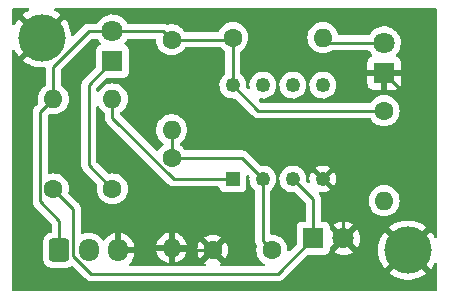
<source format=gbr>
%TF.GenerationSoftware,KiCad,Pcbnew,(6.0.8)*%
%TF.CreationDate,2022-11-29T14:55:50+01:00*%
%TF.ProjectId,l_g_d,6c5f675f-642e-46b6-9963-61645f706362,rev?*%
%TF.SameCoordinates,Original*%
%TF.FileFunction,Copper,L1,Top*%
%TF.FilePolarity,Positive*%
%FSLAX46Y46*%
G04 Gerber Fmt 4.6, Leading zero omitted, Abs format (unit mm)*
G04 Created by KiCad (PCBNEW (6.0.8)) date 2022-11-29 14:55:50*
%MOMM*%
%LPD*%
G01*
G04 APERTURE LIST*
G04 Aperture macros list*
%AMRoundRect*
0 Rectangle with rounded corners*
0 $1 Rounding radius*
0 $2 $3 $4 $5 $6 $7 $8 $9 X,Y pos of 4 corners*
0 Add a 4 corners polygon primitive as box body*
4,1,4,$2,$3,$4,$5,$6,$7,$8,$9,$2,$3,0*
0 Add four circle primitives for the rounded corners*
1,1,$1+$1,$2,$3*
1,1,$1+$1,$4,$5*
1,1,$1+$1,$6,$7*
1,1,$1+$1,$8,$9*
0 Add four rect primitives between the rounded corners*
20,1,$1+$1,$2,$3,$4,$5,0*
20,1,$1+$1,$4,$5,$6,$7,0*
20,1,$1+$1,$6,$7,$8,$9,0*
20,1,$1+$1,$8,$9,$2,$3,0*%
G04 Aperture macros list end*
%TA.AperFunction,ComponentPad*%
%ADD10RoundRect,0.250000X-0.600000X-0.725000X0.600000X-0.725000X0.600000X0.725000X-0.600000X0.725000X0*%
%TD*%
%TA.AperFunction,ComponentPad*%
%ADD11O,1.700000X1.950000*%
%TD*%
%TA.AperFunction,ComponentPad*%
%ADD12R,1.800000X1.800000*%
%TD*%
%TA.AperFunction,ComponentPad*%
%ADD13C,1.800000*%
%TD*%
%TA.AperFunction,ComponentPad*%
%ADD14C,1.600000*%
%TD*%
%TA.AperFunction,ComponentPad*%
%ADD15O,1.600000X1.600000*%
%TD*%
%TA.AperFunction,ComponentPad*%
%ADD16R,1.250000X1.250000*%
%TD*%
%TA.AperFunction,ComponentPad*%
%ADD17C,1.250000*%
%TD*%
%TA.AperFunction,ComponentPad*%
%ADD18C,4.000000*%
%TD*%
%TA.AperFunction,Conductor*%
%ADD19C,0.250000*%
%TD*%
G04 APERTURE END LIST*
D10*
%TO.P,J1,1,Pin_1*%
%TO.N,VCC*%
X155500000Y-79000000D03*
D11*
%TO.P,J1,2,Pin_2*%
%TO.N,Net-(J1-Pad2)*%
X158000000Y-79000000D03*
%TO.P,J1,3,Pin_3*%
%TO.N,GND*%
X160500000Y-79000000D03*
%TD*%
D12*
%TO.P,D1,1,K*%
%TO.N,Net-(D1-Pad1)*%
X160000000Y-63000000D03*
D13*
%TO.P,D1,2,A*%
%TO.N,VCC*%
X160000000Y-60460000D03*
%TD*%
D14*
%TO.P,10k,1*%
%TO.N,VCC*%
X165000000Y-61190000D03*
D15*
%TO.P,10k,2*%
%TO.N,Net-(C1-Pad2)*%
X165000000Y-68810000D03*
%TD*%
D12*
%TO.P,IRE,1,K*%
%TO.N,GND*%
X183000000Y-64000000D03*
D13*
%TO.P,IRE,2,A*%
%TO.N,Net-(IRLED1-Pad2)*%
X183000000Y-61460000D03*
%TD*%
D14*
%TO.P,10k,1*%
%TO.N,VCC*%
X183000000Y-67190000D03*
D15*
%TO.P,10k,2*%
%TO.N,Net-(J1-Pad2)*%
X183000000Y-74810000D03*
%TD*%
D16*
%TO.P,U1,1,1OUT*%
%TO.N,Net-(J1-Pad2)*%
X170190000Y-72970000D03*
D17*
%TO.P,U1,2,1IN\u2212*%
%TO.N,Net-(C1-Pad2)*%
X172730000Y-72970000D03*
%TO.P,U1,3,1IN+*%
%TO.N,Net-(Q1-Pad1)*%
X175270000Y-72970000D03*
%TO.P,U1,4,GND*%
%TO.N,GND*%
X177810000Y-72970000D03*
%TO.P,U1,5*%
%TO.N,N/C*%
X177810000Y-65030000D03*
%TO.P,U1,6*%
X175270000Y-65030000D03*
%TO.P,U1,7*%
X172730000Y-65030000D03*
%TO.P,U1,8,VCC*%
%TO.N,VCC*%
X170190000Y-65030000D03*
%TD*%
D14*
%TO.P,C1,1*%
%TO.N,GND*%
X168500000Y-79000000D03*
%TO.P,C1,2*%
%TO.N,Net-(C1-Pad2)*%
X173500000Y-79000000D03*
%TD*%
D18*
%TO.P,REF\u002A\u002A,1*%
%TO.N,GND*%
X185000000Y-79000000D03*
%TD*%
D12*
%TO.P,IRR,1,C*%
%TO.N,Net-(Q1-Pad1)*%
X177000000Y-78000000D03*
D13*
%TO.P,IRR,2,E*%
%TO.N,GND*%
X179540000Y-78000000D03*
%TD*%
D14*
%TO.P,10k,1*%
%TO.N,Net-(Q1-Pad1)*%
X155000000Y-73810000D03*
D15*
%TO.P,10k,2*%
%TO.N,VCC*%
X155000000Y-66190000D03*
%TD*%
D14*
%TO.P,1k,1*%
%TO.N,VCC*%
X170190000Y-61000000D03*
D15*
%TO.P,1k,2*%
%TO.N,Net-(IRLED1-Pad2)*%
X177810000Y-61000000D03*
%TD*%
D18*
%TO.P,,1*%
%TO.N,GND*%
X154000000Y-61000000D03*
%TD*%
D14*
%TO.P,1k,1*%
%TO.N,Net-(D1-Pad1)*%
X160000000Y-73810000D03*
D15*
%TO.P,1k,2*%
%TO.N,Net-(J1-Pad2)*%
X160000000Y-66190000D03*
%TD*%
D14*
%TO.P,RD2,1*%
%TO.N,Net-(C1-Pad2)*%
X165000000Y-71190000D03*
D15*
%TO.P,RD2,2*%
%TO.N,GND*%
X165000000Y-78810000D03*
%TD*%
D19*
%TO.N,Net-(D1-Pad1)*%
X158000000Y-71810000D02*
X160000000Y-73810000D01*
X158000000Y-65000000D02*
X158000000Y-71810000D01*
X160000000Y-63000000D02*
X158000000Y-65000000D01*
%TO.N,VCC*%
X153875000Y-74875000D02*
X153875000Y-67315000D01*
X170190000Y-61000000D02*
X170190000Y-65030000D01*
X155500000Y-76500000D02*
X153875000Y-74875000D01*
X170000000Y-61190000D02*
X170190000Y-61000000D01*
X172350000Y-67190000D02*
X183000000Y-67190000D01*
X153875000Y-67315000D02*
X155000000Y-66190000D01*
X165000000Y-61190000D02*
X170000000Y-61190000D01*
X155500000Y-79000000D02*
X155500000Y-76500000D01*
X170190000Y-65030000D02*
X172350000Y-67190000D01*
X155000000Y-63460000D02*
X158000000Y-60460000D01*
X164270000Y-60460000D02*
X165000000Y-61190000D01*
X158000000Y-60460000D02*
X164270000Y-60460000D01*
X155000000Y-66190000D02*
X155000000Y-63460000D01*
%TO.N,GND*%
X185000000Y-66000000D02*
X183000000Y-64000000D01*
X160690000Y-78810000D02*
X160500000Y-79000000D01*
X179540000Y-74700000D02*
X177810000Y-72970000D01*
X177810000Y-72970000D02*
X181780000Y-69000000D01*
X181780000Y-69000000D02*
X185000000Y-69000000D01*
X185000000Y-69000000D02*
X185000000Y-66000000D01*
X165000000Y-78810000D02*
X160690000Y-78810000D01*
X165190000Y-79000000D02*
X165000000Y-78810000D01*
X179540000Y-78000000D02*
X179540000Y-74700000D01*
X168500000Y-79000000D02*
X165190000Y-79000000D01*
%TO.N,Net-(IRLED1-Pad2)*%
X178270000Y-61460000D02*
X177810000Y-61000000D01*
X183000000Y-61460000D02*
X178270000Y-61460000D01*
%TO.N,Net-(J1-Pad2)*%
X160000000Y-67780991D02*
X165189009Y-72970000D01*
X165189009Y-72970000D02*
X170190000Y-72970000D01*
X160000000Y-66190000D02*
X160000000Y-67780991D01*
%TO.N,Net-(Q1-Pad1)*%
X175270000Y-72970000D02*
X177000000Y-74700000D01*
X177000000Y-74700000D02*
X177000000Y-78000000D01*
X158213299Y-81000000D02*
X174000000Y-81000000D01*
X155000000Y-73810000D02*
X156675000Y-75485000D01*
X174000000Y-81000000D02*
X177000000Y-78000000D01*
X156675000Y-79461701D02*
X158213299Y-81000000D01*
X156675000Y-75485000D02*
X156675000Y-79461701D01*
%TO.N,Net-(C1-Pad2)*%
X172730000Y-72970000D02*
X172730000Y-78230000D01*
X165000000Y-68810000D02*
X165000000Y-71190000D01*
X172730000Y-78230000D02*
X173500000Y-79000000D01*
X170950000Y-71190000D02*
X165000000Y-71190000D01*
X172730000Y-72970000D02*
X170950000Y-71190000D01*
%TD*%
%TA.AperFunction,Conductor*%
%TO.N,GND*%
G36*
X152903424Y-58528502D02*
G01*
X152949917Y-58582158D01*
X152960021Y-58652432D01*
X152930527Y-58717012D01*
X152896004Y-58744915D01*
X152656961Y-58876330D01*
X152650281Y-58880570D01*
X152427177Y-59042664D01*
X152418754Y-59053587D01*
X152425658Y-59066448D01*
X153987188Y-60627978D01*
X154001132Y-60635592D01*
X154002965Y-60635461D01*
X154009580Y-60631210D01*
X155574666Y-59066124D01*
X155581279Y-59054013D01*
X155572452Y-59042395D01*
X155349719Y-58880570D01*
X155343039Y-58876330D01*
X155103996Y-58744915D01*
X155053937Y-58694569D01*
X155039044Y-58625152D01*
X155064045Y-58558703D01*
X155121002Y-58516319D01*
X155164697Y-58508500D01*
X187365500Y-58508500D01*
X187433621Y-58528502D01*
X187480114Y-58582158D01*
X187491500Y-58634500D01*
X187491500Y-77840640D01*
X187471498Y-77908761D01*
X187417842Y-77955254D01*
X187347568Y-77965358D01*
X187282988Y-77935864D01*
X187251492Y-77894288D01*
X187203810Y-77792959D01*
X187199999Y-77786026D01*
X187035149Y-77526264D01*
X187030505Y-77519871D01*
X186955503Y-77429210D01*
X186942986Y-77420755D01*
X186932248Y-77426962D01*
X185372022Y-78987188D01*
X185364408Y-79001132D01*
X185364539Y-79002965D01*
X185368790Y-79009580D01*
X186931145Y-80571935D01*
X186944407Y-80579177D01*
X186954512Y-80571988D01*
X187030505Y-80480129D01*
X187035149Y-80473736D01*
X187199999Y-80213974D01*
X187203810Y-80207041D01*
X187251492Y-80105712D01*
X187298594Y-80052591D01*
X187366939Y-80033368D01*
X187434827Y-80054147D01*
X187480704Y-80108330D01*
X187491500Y-80159360D01*
X187491500Y-82365500D01*
X187471498Y-82433621D01*
X187417842Y-82480114D01*
X187365500Y-82491500D01*
X151634500Y-82491500D01*
X151566379Y-82471498D01*
X151519886Y-82417842D01*
X151508500Y-82365500D01*
X151508500Y-62945987D01*
X152418721Y-62945987D01*
X152427548Y-62957605D01*
X152650281Y-63119430D01*
X152656961Y-63123670D01*
X152926572Y-63271890D01*
X152933707Y-63275247D01*
X153219770Y-63388508D01*
X153227296Y-63390953D01*
X153525279Y-63467462D01*
X153533050Y-63468945D01*
X153838278Y-63507503D01*
X153846169Y-63508000D01*
X154153826Y-63508000D01*
X154161733Y-63507503D01*
X154224708Y-63499547D01*
X154294798Y-63510853D01*
X154347649Y-63558258D01*
X154366500Y-63624553D01*
X154366500Y-64970606D01*
X154346498Y-65038727D01*
X154312771Y-65073819D01*
X154160211Y-65180643D01*
X154160208Y-65180645D01*
X154155700Y-65183802D01*
X153993802Y-65345700D01*
X153990645Y-65350208D01*
X153990643Y-65350211D01*
X153935902Y-65428389D01*
X153862477Y-65533251D01*
X153860154Y-65538233D01*
X153860151Y-65538238D01*
X153768039Y-65735775D01*
X153765716Y-65740757D01*
X153764294Y-65746065D01*
X153764293Y-65746067D01*
X153724124Y-65895978D01*
X153706457Y-65961913D01*
X153686502Y-66190000D01*
X153706457Y-66418087D01*
X153723460Y-66481541D01*
X153721770Y-66552518D01*
X153690848Y-66603247D01*
X153482747Y-66811348D01*
X153474461Y-66818888D01*
X153467982Y-66823000D01*
X153462557Y-66828777D01*
X153421357Y-66872651D01*
X153418602Y-66875493D01*
X153398865Y-66895230D01*
X153396385Y-66898427D01*
X153388682Y-66907447D01*
X153358414Y-66939679D01*
X153354595Y-66946625D01*
X153354593Y-66946628D01*
X153348652Y-66957434D01*
X153337801Y-66973953D01*
X153325386Y-66989959D01*
X153322241Y-66997228D01*
X153322238Y-66997232D01*
X153307826Y-67030537D01*
X153302609Y-67041187D01*
X153281305Y-67079940D01*
X153279334Y-67087615D01*
X153279334Y-67087616D01*
X153276267Y-67099562D01*
X153269863Y-67118266D01*
X153261819Y-67136855D01*
X153260580Y-67144678D01*
X153260577Y-67144688D01*
X153254901Y-67180524D01*
X153252495Y-67192144D01*
X153243472Y-67227289D01*
X153241500Y-67234970D01*
X153241500Y-67255224D01*
X153239949Y-67274934D01*
X153236780Y-67294943D01*
X153237526Y-67302835D01*
X153240941Y-67338961D01*
X153241500Y-67350819D01*
X153241500Y-74796233D01*
X153240973Y-74807416D01*
X153239298Y-74814909D01*
X153239547Y-74822835D01*
X153239547Y-74822836D01*
X153241438Y-74882986D01*
X153241500Y-74886945D01*
X153241500Y-74914856D01*
X153241997Y-74918790D01*
X153241997Y-74918791D01*
X153242005Y-74918856D01*
X153242938Y-74930693D01*
X153244327Y-74974889D01*
X153249978Y-74994339D01*
X153253987Y-75013700D01*
X153256526Y-75033797D01*
X153259445Y-75041168D01*
X153259445Y-75041170D01*
X153272804Y-75074912D01*
X153276649Y-75086142D01*
X153285386Y-75116215D01*
X153288982Y-75128593D01*
X153293015Y-75135412D01*
X153293017Y-75135417D01*
X153299293Y-75146028D01*
X153307988Y-75163776D01*
X153315448Y-75182617D01*
X153320110Y-75189033D01*
X153320110Y-75189034D01*
X153341436Y-75218387D01*
X153347952Y-75228307D01*
X153366248Y-75259243D01*
X153370458Y-75266362D01*
X153384779Y-75280683D01*
X153397619Y-75295716D01*
X153409528Y-75312107D01*
X153415634Y-75317158D01*
X153443605Y-75340298D01*
X153452384Y-75348288D01*
X154829595Y-76725500D01*
X154863621Y-76787812D01*
X154866500Y-76814595D01*
X154866500Y-77401144D01*
X154846498Y-77469265D01*
X154792842Y-77515758D01*
X154753504Y-77526471D01*
X154743834Y-77527474D01*
X154737298Y-77529655D01*
X154737296Y-77529655D01*
X154605194Y-77573728D01*
X154576054Y-77583450D01*
X154425652Y-77676522D01*
X154420479Y-77681704D01*
X154396247Y-77705978D01*
X154300695Y-77801697D01*
X154296855Y-77807927D01*
X154296854Y-77807928D01*
X154223806Y-77926434D01*
X154207885Y-77952262D01*
X154205581Y-77959209D01*
X154165951Y-78078691D01*
X154152203Y-78120139D01*
X154151503Y-78126975D01*
X154151502Y-78126978D01*
X154149247Y-78148990D01*
X154141500Y-78224600D01*
X154141500Y-79775400D01*
X154141837Y-79778646D01*
X154141837Y-79778650D01*
X154149991Y-79857232D01*
X154152474Y-79881166D01*
X154154655Y-79887702D01*
X154154655Y-79887704D01*
X154165867Y-79921309D01*
X154208450Y-80048946D01*
X154301522Y-80199348D01*
X154306704Y-80204521D01*
X154328845Y-80226623D01*
X154426697Y-80324305D01*
X154432927Y-80328145D01*
X154432928Y-80328146D01*
X154570090Y-80412694D01*
X154577262Y-80417115D01*
X154657005Y-80443564D01*
X154738611Y-80470632D01*
X154738613Y-80470632D01*
X154745139Y-80472797D01*
X154751975Y-80473497D01*
X154751978Y-80473498D01*
X154795031Y-80477909D01*
X154849600Y-80483500D01*
X156150400Y-80483500D01*
X156153646Y-80483163D01*
X156153650Y-80483163D01*
X156249308Y-80473238D01*
X156249312Y-80473237D01*
X156256166Y-80472526D01*
X156262702Y-80470345D01*
X156262704Y-80470345D01*
X156394806Y-80426272D01*
X156423946Y-80416550D01*
X156448330Y-80401460D01*
X156530598Y-80350552D01*
X156599050Y-80331714D01*
X156666820Y-80352875D01*
X156685996Y-80368601D01*
X157709642Y-81392247D01*
X157717186Y-81400537D01*
X157721299Y-81407018D01*
X157727076Y-81412443D01*
X157770966Y-81453658D01*
X157773808Y-81456413D01*
X157793529Y-81476134D01*
X157796724Y-81478612D01*
X157805746Y-81486318D01*
X157837978Y-81516586D01*
X157844927Y-81520406D01*
X157855731Y-81526346D01*
X157872255Y-81537199D01*
X157888258Y-81549613D01*
X157928842Y-81567176D01*
X157939472Y-81572383D01*
X157978239Y-81593695D01*
X157985916Y-81595666D01*
X157985921Y-81595668D01*
X157997857Y-81598732D01*
X158016565Y-81605137D01*
X158035154Y-81613181D01*
X158042982Y-81614421D01*
X158042989Y-81614423D01*
X158078823Y-81620099D01*
X158090443Y-81622505D01*
X158122258Y-81630673D01*
X158133269Y-81633500D01*
X158153523Y-81633500D01*
X158173233Y-81635051D01*
X158193242Y-81638220D01*
X158201134Y-81637474D01*
X158219879Y-81635702D01*
X158237261Y-81634059D01*
X158249118Y-81633500D01*
X173921233Y-81633500D01*
X173932416Y-81634027D01*
X173939909Y-81635702D01*
X173947835Y-81635453D01*
X173947836Y-81635453D01*
X174007986Y-81633562D01*
X174011945Y-81633500D01*
X174039856Y-81633500D01*
X174043791Y-81633003D01*
X174043856Y-81632995D01*
X174055693Y-81632062D01*
X174087951Y-81631048D01*
X174091970Y-81630922D01*
X174099889Y-81630673D01*
X174119343Y-81625021D01*
X174138700Y-81621013D01*
X174150930Y-81619468D01*
X174150931Y-81619468D01*
X174158797Y-81618474D01*
X174166168Y-81615555D01*
X174166170Y-81615555D01*
X174199912Y-81602196D01*
X174211142Y-81598351D01*
X174245983Y-81588229D01*
X174245984Y-81588229D01*
X174253593Y-81586018D01*
X174260412Y-81581985D01*
X174260417Y-81581983D01*
X174271028Y-81575707D01*
X174288776Y-81567012D01*
X174307617Y-81559552D01*
X174327987Y-81544753D01*
X174343387Y-81533564D01*
X174353307Y-81527048D01*
X174384535Y-81508580D01*
X174384538Y-81508578D01*
X174391362Y-81504542D01*
X174405683Y-81490221D01*
X174420717Y-81477380D01*
X174422432Y-81476134D01*
X174437107Y-81465472D01*
X174465298Y-81431395D01*
X174473288Y-81422616D01*
X174949917Y-80945987D01*
X183418721Y-80945987D01*
X183427548Y-80957605D01*
X183650281Y-81119430D01*
X183656961Y-81123670D01*
X183926572Y-81271890D01*
X183933707Y-81275247D01*
X184219770Y-81388508D01*
X184227296Y-81390953D01*
X184525279Y-81467462D01*
X184533050Y-81468945D01*
X184838278Y-81507503D01*
X184846169Y-81508000D01*
X185153831Y-81508000D01*
X185161722Y-81507503D01*
X185466950Y-81468945D01*
X185474721Y-81467462D01*
X185772704Y-81390953D01*
X185780230Y-81388508D01*
X186066293Y-81275247D01*
X186073428Y-81271890D01*
X186343039Y-81123670D01*
X186349719Y-81119430D01*
X186572823Y-80957336D01*
X186581246Y-80946413D01*
X186574342Y-80933552D01*
X185012812Y-79372022D01*
X184998868Y-79364408D01*
X184997035Y-79364539D01*
X184990420Y-79368790D01*
X183425334Y-80933876D01*
X183418721Y-80945987D01*
X174949917Y-80945987D01*
X176450499Y-79445405D01*
X176512811Y-79411379D01*
X176539594Y-79408500D01*
X177948134Y-79408500D01*
X178010316Y-79401745D01*
X178146705Y-79350615D01*
X178263261Y-79263261D01*
X178339597Y-79161406D01*
X178743423Y-79161406D01*
X178748704Y-79168461D01*
X178925080Y-79271527D01*
X178934363Y-79275974D01*
X179141003Y-79354883D01*
X179150901Y-79357759D01*
X179367653Y-79401857D01*
X179377883Y-79403076D01*
X179598914Y-79411182D01*
X179609223Y-79410714D01*
X179828623Y-79382608D01*
X179838688Y-79380468D01*
X180050557Y-79316905D01*
X180060152Y-79313144D01*
X180258778Y-79215838D01*
X180267636Y-79210559D01*
X180325097Y-79169572D01*
X180333497Y-79158874D01*
X180326510Y-79145721D01*
X180184747Y-79003958D01*
X182487290Y-79003958D01*
X182506607Y-79310994D01*
X182507600Y-79318855D01*
X182565246Y-79621046D01*
X182567217Y-79628723D01*
X182662284Y-79921309D01*
X182665199Y-79928672D01*
X182796189Y-80207041D01*
X182800001Y-80213974D01*
X182964851Y-80473736D01*
X182969495Y-80480129D01*
X183044497Y-80570790D01*
X183057014Y-80579245D01*
X183067752Y-80573038D01*
X184627978Y-79012812D01*
X184635592Y-78998868D01*
X184635461Y-78997035D01*
X184631210Y-78990420D01*
X183068855Y-77428065D01*
X183055593Y-77420823D01*
X183045488Y-77428012D01*
X182969495Y-77519871D01*
X182964851Y-77526264D01*
X182800001Y-77786026D01*
X182796189Y-77792959D01*
X182665199Y-78071328D01*
X182662284Y-78078691D01*
X182567217Y-78371277D01*
X182565246Y-78378954D01*
X182507600Y-78681145D01*
X182506607Y-78689006D01*
X182487290Y-78996042D01*
X182487290Y-79003958D01*
X180184747Y-79003958D01*
X179552811Y-78372021D01*
X179538868Y-78364408D01*
X179537034Y-78364539D01*
X179530420Y-78368790D01*
X178750180Y-79149031D01*
X178743423Y-79161406D01*
X178339597Y-79161406D01*
X178350615Y-79146705D01*
X178401745Y-79010316D01*
X178408500Y-78948134D01*
X178408500Y-78824480D01*
X178428502Y-78756359D01*
X178445405Y-78735384D01*
X179167979Y-78012811D01*
X179174356Y-78001132D01*
X179904408Y-78001132D01*
X179904539Y-78002966D01*
X179908790Y-78009580D01*
X180686307Y-78787096D01*
X180698313Y-78793652D01*
X180710052Y-78784684D01*
X180748010Y-78731859D01*
X180753321Y-78723020D01*
X180851318Y-78524737D01*
X180855117Y-78515142D01*
X180919415Y-78303517D01*
X180921594Y-78293436D01*
X180950702Y-78072338D01*
X180951221Y-78065663D01*
X180952744Y-78003364D01*
X180952550Y-77996646D01*
X180934279Y-77774400D01*
X180932596Y-77764238D01*
X180878710Y-77549708D01*
X180875389Y-77539953D01*
X180787193Y-77337118D01*
X180782315Y-77328020D01*
X180709224Y-77215038D01*
X180698538Y-77205835D01*
X180688973Y-77210238D01*
X179912021Y-77987189D01*
X179904408Y-78001132D01*
X179174356Y-78001132D01*
X179175592Y-77998868D01*
X179175461Y-77997034D01*
X179171210Y-77990420D01*
X178445405Y-77264616D01*
X178411380Y-77202303D01*
X178408500Y-77175520D01*
X178408500Y-77051866D01*
X178401745Y-76989684D01*
X178350615Y-76853295D01*
X178341184Y-76840711D01*
X178745508Y-76840711D01*
X178752251Y-76853040D01*
X179527189Y-77627979D01*
X179541132Y-77635592D01*
X179542966Y-77635461D01*
X179549580Y-77631210D01*
X180127202Y-77053587D01*
X183418754Y-77053587D01*
X183425658Y-77066448D01*
X184987188Y-78627978D01*
X185001132Y-78635592D01*
X185002965Y-78635461D01*
X185009580Y-78631210D01*
X186574666Y-77066124D01*
X186581279Y-77054013D01*
X186572452Y-77042395D01*
X186349719Y-76880570D01*
X186343039Y-76876330D01*
X186073428Y-76728110D01*
X186066293Y-76724753D01*
X185780230Y-76611492D01*
X185772704Y-76609047D01*
X185474721Y-76532538D01*
X185466950Y-76531055D01*
X185161722Y-76492497D01*
X185153831Y-76492000D01*
X184846169Y-76492000D01*
X184838278Y-76492497D01*
X184533050Y-76531055D01*
X184525279Y-76532538D01*
X184227296Y-76609047D01*
X184219770Y-76611492D01*
X183933707Y-76724753D01*
X183926572Y-76728110D01*
X183656961Y-76876330D01*
X183650281Y-76880570D01*
X183427177Y-77042664D01*
X183418754Y-77053587D01*
X180127202Y-77053587D01*
X180328994Y-76851795D01*
X180336011Y-76838944D01*
X180328237Y-76828274D01*
X180325902Y-76826430D01*
X180317320Y-76820729D01*
X180123678Y-76713833D01*
X180114272Y-76709606D01*
X179905772Y-76635772D01*
X179895809Y-76633140D01*
X179678047Y-76594350D01*
X179667796Y-76593381D01*
X179446616Y-76590679D01*
X179436332Y-76591399D01*
X179217693Y-76624855D01*
X179207666Y-76627244D01*
X178997426Y-76695961D01*
X178987916Y-76699958D01*
X178791725Y-76802089D01*
X178783007Y-76807578D01*
X178753961Y-76829386D01*
X178745508Y-76840711D01*
X178341184Y-76840711D01*
X178263261Y-76736739D01*
X178146705Y-76649385D01*
X178010316Y-76598255D01*
X177948134Y-76591500D01*
X177759500Y-76591500D01*
X177691379Y-76571498D01*
X177644886Y-76517842D01*
X177633500Y-76465500D01*
X177633500Y-74810000D01*
X181686502Y-74810000D01*
X181706457Y-75038087D01*
X181707881Y-75043400D01*
X181707881Y-75043402D01*
X181757427Y-75228307D01*
X181765716Y-75259243D01*
X181768039Y-75264224D01*
X181768039Y-75264225D01*
X181860151Y-75461762D01*
X181860154Y-75461767D01*
X181862477Y-75466749D01*
X181993802Y-75654300D01*
X182155700Y-75816198D01*
X182160208Y-75819355D01*
X182160211Y-75819357D01*
X182191699Y-75841405D01*
X182343251Y-75947523D01*
X182348233Y-75949846D01*
X182348238Y-75949849D01*
X182522104Y-76030923D01*
X182550757Y-76044284D01*
X182556065Y-76045706D01*
X182556067Y-76045707D01*
X182766598Y-76102119D01*
X182766600Y-76102119D01*
X182771913Y-76103543D01*
X183000000Y-76123498D01*
X183228087Y-76103543D01*
X183233400Y-76102119D01*
X183233402Y-76102119D01*
X183443933Y-76045707D01*
X183443935Y-76045706D01*
X183449243Y-76044284D01*
X183477896Y-76030923D01*
X183651762Y-75949849D01*
X183651767Y-75949846D01*
X183656749Y-75947523D01*
X183808301Y-75841405D01*
X183839789Y-75819357D01*
X183839792Y-75819355D01*
X183844300Y-75816198D01*
X184006198Y-75654300D01*
X184137523Y-75466749D01*
X184139846Y-75461767D01*
X184139849Y-75461762D01*
X184231961Y-75264225D01*
X184231961Y-75264224D01*
X184234284Y-75259243D01*
X184242574Y-75228307D01*
X184292119Y-75043402D01*
X184292119Y-75043400D01*
X184293543Y-75038087D01*
X184313498Y-74810000D01*
X184293543Y-74581913D01*
X184262685Y-74466749D01*
X184235707Y-74366067D01*
X184235706Y-74366065D01*
X184234284Y-74360757D01*
X184231961Y-74355775D01*
X184139849Y-74158238D01*
X184139846Y-74158233D01*
X184137523Y-74153251D01*
X184014393Y-73977403D01*
X184009357Y-73970211D01*
X184009355Y-73970208D01*
X184006198Y-73965700D01*
X183844300Y-73803802D01*
X183839792Y-73800645D01*
X183839789Y-73800643D01*
X183715093Y-73713330D01*
X183656749Y-73672477D01*
X183651767Y-73670154D01*
X183651762Y-73670151D01*
X183454225Y-73578039D01*
X183454224Y-73578039D01*
X183449243Y-73575716D01*
X183443935Y-73574294D01*
X183443933Y-73574293D01*
X183233402Y-73517881D01*
X183233400Y-73517881D01*
X183228087Y-73516457D01*
X183000000Y-73496502D01*
X182771913Y-73516457D01*
X182766600Y-73517881D01*
X182766598Y-73517881D01*
X182556067Y-73574293D01*
X182556065Y-73574294D01*
X182550757Y-73575716D01*
X182545776Y-73578039D01*
X182545775Y-73578039D01*
X182348238Y-73670151D01*
X182348233Y-73670154D01*
X182343251Y-73672477D01*
X182284907Y-73713330D01*
X182160211Y-73800643D01*
X182160208Y-73800645D01*
X182155700Y-73803802D01*
X181993802Y-73965700D01*
X181990645Y-73970208D01*
X181990643Y-73970211D01*
X181985607Y-73977403D01*
X181862477Y-74153251D01*
X181860154Y-74158233D01*
X181860151Y-74158238D01*
X181768039Y-74355775D01*
X181765716Y-74360757D01*
X181764294Y-74366065D01*
X181764293Y-74366067D01*
X181737315Y-74466749D01*
X181706457Y-74581913D01*
X181686502Y-74810000D01*
X177633500Y-74810000D01*
X177633500Y-74778763D01*
X177634027Y-74767579D01*
X177635701Y-74760091D01*
X177633562Y-74692032D01*
X177633500Y-74688075D01*
X177633500Y-74660144D01*
X177632994Y-74656138D01*
X177632061Y-74644292D01*
X177630922Y-74608037D01*
X177630673Y-74600110D01*
X177625022Y-74580658D01*
X177621014Y-74561306D01*
X177619468Y-74549068D01*
X177619467Y-74549066D01*
X177618474Y-74541203D01*
X177602194Y-74500086D01*
X177598359Y-74488885D01*
X177586018Y-74446406D01*
X177581985Y-74439587D01*
X177581983Y-74439582D01*
X177575707Y-74428971D01*
X177567010Y-74411221D01*
X177559552Y-74392383D01*
X177533571Y-74356623D01*
X177527053Y-74346701D01*
X177508578Y-74315460D01*
X177508574Y-74315455D01*
X177504542Y-74308637D01*
X177494735Y-74298830D01*
X177460709Y-74236518D01*
X177465774Y-74165703D01*
X177508321Y-74108867D01*
X177574841Y-74084056D01*
X177611638Y-74086842D01*
X177655843Y-74096845D01*
X177667253Y-74098347D01*
X177863783Y-74106068D01*
X177875265Y-74105466D01*
X178069905Y-74077245D01*
X178081101Y-74074557D01*
X178267343Y-74011336D01*
X178277840Y-74006662D01*
X178448652Y-73911003D01*
X178454691Y-73902011D01*
X178448516Y-73891359D01*
X177528289Y-72971132D01*
X178098041Y-72971132D01*
X178098172Y-72972965D01*
X178102423Y-72979580D01*
X178730199Y-73607356D01*
X178743507Y-73614623D01*
X178750327Y-73609785D01*
X178750554Y-73609454D01*
X178846662Y-73437840D01*
X178851336Y-73427343D01*
X178914557Y-73241101D01*
X178917245Y-73229905D01*
X178945762Y-73033224D01*
X178946392Y-73025843D01*
X178947757Y-72973704D01*
X178947514Y-72966305D01*
X178929330Y-72768397D01*
X178927233Y-72757083D01*
X178873846Y-72567789D01*
X178869724Y-72557050D01*
X178782734Y-72380651D01*
X178776725Y-72370847D01*
X178751342Y-72336855D01*
X178740084Y-72328406D01*
X178727664Y-72335179D01*
X178105655Y-72957188D01*
X178098041Y-72971132D01*
X177528289Y-72971132D01*
X176891327Y-72334170D01*
X176878487Y-72327159D01*
X176867795Y-72334956D01*
X176859294Y-72345740D01*
X176853025Y-72355392D01*
X176761449Y-72529452D01*
X176757048Y-72540076D01*
X176698724Y-72727910D01*
X176696332Y-72739164D01*
X176673215Y-72934479D01*
X176672914Y-72945980D01*
X176685777Y-73142233D01*
X176687577Y-73153598D01*
X176689873Y-73162638D01*
X176687255Y-73233587D01*
X176646695Y-73291857D01*
X176581071Y-73318949D01*
X176511217Y-73306261D01*
X176478655Y-73282750D01*
X176428500Y-73232595D01*
X176394474Y-73170283D01*
X176392899Y-73125423D01*
X176402658Y-73058115D01*
X176406264Y-73033248D01*
X176406264Y-73033244D01*
X176406796Y-73029577D01*
X176408356Y-72970000D01*
X176389294Y-72762551D01*
X176332747Y-72562050D01*
X176240608Y-72375211D01*
X176225809Y-72355392D01*
X176119416Y-72212915D01*
X176119415Y-72212914D01*
X176115963Y-72208291D01*
X175962987Y-72066881D01*
X175918673Y-72038921D01*
X177166666Y-72038921D01*
X177170152Y-72047309D01*
X177797188Y-72674345D01*
X177811132Y-72681959D01*
X177812965Y-72681828D01*
X177819580Y-72677577D01*
X178445230Y-72051927D01*
X178451990Y-72039547D01*
X178445960Y-72031492D01*
X178331455Y-71959244D01*
X178321212Y-71954025D01*
X178138531Y-71881143D01*
X178127504Y-71877876D01*
X177934605Y-71839506D01*
X177923159Y-71838303D01*
X177726507Y-71835730D01*
X177715027Y-71836633D01*
X177521199Y-71869938D01*
X177510079Y-71872918D01*
X177325557Y-71940992D01*
X177315179Y-71945942D01*
X177176264Y-72028588D01*
X177166666Y-72038921D01*
X175918673Y-72038921D01*
X175786803Y-71955717D01*
X175593311Y-71878522D01*
X175416013Y-71843255D01*
X175394657Y-71839007D01*
X175388991Y-71837880D01*
X175383216Y-71837804D01*
X175383212Y-71837804D01*
X175278901Y-71836439D01*
X175180686Y-71835153D01*
X175174989Y-71836132D01*
X175174988Y-71836132D01*
X174981069Y-71869454D01*
X174975372Y-71870433D01*
X174779925Y-71942537D01*
X174774964Y-71945489D01*
X174774963Y-71945489D01*
X174633268Y-72029789D01*
X174600891Y-72049051D01*
X174444266Y-72186407D01*
X174440699Y-72190932D01*
X174440694Y-72190937D01*
X174341710Y-72316498D01*
X174315294Y-72350007D01*
X174312603Y-72355123D01*
X174312601Y-72355125D01*
X174227972Y-72515978D01*
X174218296Y-72534370D01*
X174156520Y-72733322D01*
X174132034Y-72940201D01*
X174145659Y-73148078D01*
X174196938Y-73349991D01*
X174284155Y-73539178D01*
X174404387Y-73709303D01*
X174553609Y-73854669D01*
X174558405Y-73857874D01*
X174558408Y-73857876D01*
X174697900Y-73951081D01*
X174726823Y-73970407D01*
X174732131Y-73972688D01*
X174732132Y-73972688D01*
X174912926Y-74050363D01*
X174912929Y-74050364D01*
X174918229Y-74052641D01*
X174923858Y-74053915D01*
X174923859Y-74053915D01*
X175115778Y-74097342D01*
X175115783Y-74097343D01*
X175121415Y-74098617D01*
X175127186Y-74098844D01*
X175127188Y-74098844D01*
X175189508Y-74101292D01*
X175329577Y-74106796D01*
X175425423Y-74092899D01*
X175495707Y-74102919D01*
X175532596Y-74128500D01*
X176329595Y-74925499D01*
X176363621Y-74987811D01*
X176366500Y-75014594D01*
X176366500Y-76465500D01*
X176346498Y-76533621D01*
X176292842Y-76580114D01*
X176240500Y-76591500D01*
X176051866Y-76591500D01*
X175989684Y-76598255D01*
X175853295Y-76649385D01*
X175736739Y-76736739D01*
X175649385Y-76853295D01*
X175598255Y-76989684D01*
X175591500Y-77051866D01*
X175591500Y-78460405D01*
X175571498Y-78528526D01*
X175554595Y-78549501D01*
X175027942Y-79076153D01*
X174965630Y-79110178D01*
X174894814Y-79105113D01*
X174837979Y-79062566D01*
X174813326Y-78998038D01*
X174813239Y-78997035D01*
X174798142Y-78824480D01*
X174794023Y-78777394D01*
X174794022Y-78777389D01*
X174793543Y-78771913D01*
X174783755Y-78735384D01*
X174735707Y-78556067D01*
X174735706Y-78556065D01*
X174734284Y-78550757D01*
X174717677Y-78515142D01*
X174639849Y-78348238D01*
X174639846Y-78348233D01*
X174637523Y-78343251D01*
X174556695Y-78227817D01*
X174509357Y-78160211D01*
X174509355Y-78160208D01*
X174506198Y-78155700D01*
X174344300Y-77993802D01*
X174339792Y-77990645D01*
X174339789Y-77990643D01*
X174213920Y-77902509D01*
X174156749Y-77862477D01*
X174151767Y-77860154D01*
X174151762Y-77860151D01*
X173954225Y-77768039D01*
X173954224Y-77768039D01*
X173949243Y-77765716D01*
X173943935Y-77764294D01*
X173943933Y-77764293D01*
X173733402Y-77707881D01*
X173733400Y-77707881D01*
X173728087Y-77706457D01*
X173500000Y-77686502D01*
X173494525Y-77686981D01*
X173489500Y-77686981D01*
X173421379Y-77666979D01*
X173374886Y-77613323D01*
X173363500Y-77560981D01*
X173363500Y-73976613D01*
X173383502Y-73908492D01*
X173408931Y-73879739D01*
X173495550Y-73807699D01*
X173534939Y-73774939D01*
X173641735Y-73646531D01*
X173664458Y-73619210D01*
X173668149Y-73614772D01*
X173769940Y-73433011D01*
X173785659Y-73386703D01*
X173835047Y-73241213D01*
X173835048Y-73241208D01*
X173836903Y-73235744D01*
X173837731Y-73230035D01*
X173837732Y-73230030D01*
X173866263Y-73033251D01*
X173866796Y-73029577D01*
X173868356Y-72970000D01*
X173849294Y-72762551D01*
X173792747Y-72562050D01*
X173700608Y-72375211D01*
X173685809Y-72355392D01*
X173579416Y-72212915D01*
X173579415Y-72212914D01*
X173575963Y-72208291D01*
X173422987Y-72066881D01*
X173246803Y-71955717D01*
X173053311Y-71878522D01*
X172876013Y-71843255D01*
X172854657Y-71839007D01*
X172848991Y-71837880D01*
X172843216Y-71837804D01*
X172843212Y-71837804D01*
X172738901Y-71836439D01*
X172640686Y-71835153D01*
X172634989Y-71836132D01*
X172634988Y-71836132D01*
X172577297Y-71846045D01*
X172506772Y-71837868D01*
X172466864Y-71810960D01*
X171453652Y-70797747D01*
X171446112Y-70789461D01*
X171442000Y-70782982D01*
X171392348Y-70736356D01*
X171389507Y-70733602D01*
X171369770Y-70713865D01*
X171366573Y-70711385D01*
X171357551Y-70703680D01*
X171331100Y-70678841D01*
X171325321Y-70673414D01*
X171318375Y-70669595D01*
X171318372Y-70669593D01*
X171307566Y-70663652D01*
X171291047Y-70652801D01*
X171290583Y-70652441D01*
X171275041Y-70640386D01*
X171267772Y-70637241D01*
X171267768Y-70637238D01*
X171234463Y-70622826D01*
X171223813Y-70617609D01*
X171185060Y-70596305D01*
X171165437Y-70591267D01*
X171146734Y-70584863D01*
X171135420Y-70579967D01*
X171135419Y-70579967D01*
X171128145Y-70576819D01*
X171120322Y-70575580D01*
X171120312Y-70575577D01*
X171084476Y-70569901D01*
X171072856Y-70567495D01*
X171037711Y-70558472D01*
X171037710Y-70558472D01*
X171030030Y-70556500D01*
X171009776Y-70556500D01*
X170990065Y-70554949D01*
X170977886Y-70553020D01*
X170970057Y-70551780D01*
X170962165Y-70552526D01*
X170926039Y-70555941D01*
X170914181Y-70556500D01*
X166219394Y-70556500D01*
X166151273Y-70536498D01*
X166116181Y-70502771D01*
X166009357Y-70350211D01*
X166009355Y-70350208D01*
X166006198Y-70345700D01*
X165844300Y-70183802D01*
X165839792Y-70180645D01*
X165839789Y-70180643D01*
X165729207Y-70103213D01*
X165684879Y-70047756D01*
X165677570Y-69977137D01*
X165709601Y-69913776D01*
X165729207Y-69896787D01*
X165839789Y-69819357D01*
X165839792Y-69819355D01*
X165844300Y-69816198D01*
X166006198Y-69654300D01*
X166137523Y-69466749D01*
X166139846Y-69461767D01*
X166139849Y-69461762D01*
X166231961Y-69264225D01*
X166231961Y-69264224D01*
X166234284Y-69259243D01*
X166293543Y-69038087D01*
X166313498Y-68810000D01*
X166293543Y-68581913D01*
X166266803Y-68482119D01*
X166235707Y-68366067D01*
X166235706Y-68366065D01*
X166234284Y-68360757D01*
X166231961Y-68355775D01*
X166139849Y-68158238D01*
X166139846Y-68158233D01*
X166137523Y-68153251D01*
X166020708Y-67986422D01*
X166009357Y-67970211D01*
X166009355Y-67970208D01*
X166006198Y-67965700D01*
X165844300Y-67803802D01*
X165839792Y-67800645D01*
X165839789Y-67800643D01*
X165719400Y-67716346D01*
X165656749Y-67672477D01*
X165651767Y-67670154D01*
X165651762Y-67670151D01*
X165454225Y-67578039D01*
X165454224Y-67578039D01*
X165449243Y-67575716D01*
X165443935Y-67574294D01*
X165443933Y-67574293D01*
X165233402Y-67517881D01*
X165233400Y-67517881D01*
X165228087Y-67516457D01*
X165000000Y-67496502D01*
X164771913Y-67516457D01*
X164766600Y-67517881D01*
X164766598Y-67517881D01*
X164556067Y-67574293D01*
X164556065Y-67574294D01*
X164550757Y-67575716D01*
X164545776Y-67578039D01*
X164545775Y-67578039D01*
X164348238Y-67670151D01*
X164348233Y-67670154D01*
X164343251Y-67672477D01*
X164280600Y-67716346D01*
X164160211Y-67800643D01*
X164160208Y-67800645D01*
X164155700Y-67803802D01*
X163993802Y-67965700D01*
X163990645Y-67970208D01*
X163990643Y-67970211D01*
X163979292Y-67986422D01*
X163862477Y-68153251D01*
X163860154Y-68158233D01*
X163860151Y-68158238D01*
X163768039Y-68355775D01*
X163765716Y-68360757D01*
X163764294Y-68366065D01*
X163764293Y-68366067D01*
X163733197Y-68482119D01*
X163706457Y-68581913D01*
X163686502Y-68810000D01*
X163706457Y-69038087D01*
X163765716Y-69259243D01*
X163768039Y-69264224D01*
X163768039Y-69264225D01*
X163860151Y-69461762D01*
X163860154Y-69461767D01*
X163862477Y-69466749D01*
X163993802Y-69654300D01*
X164155700Y-69816198D01*
X164160208Y-69819355D01*
X164160211Y-69819357D01*
X164270793Y-69896787D01*
X164315121Y-69952244D01*
X164322430Y-70022863D01*
X164290399Y-70086224D01*
X164270793Y-70103213D01*
X164160211Y-70180643D01*
X164160208Y-70180645D01*
X164155700Y-70183802D01*
X163993802Y-70345700D01*
X163862477Y-70533251D01*
X163861169Y-70532335D01*
X163815105Y-70576257D01*
X163745391Y-70589694D01*
X163679480Y-70563307D01*
X163668273Y-70553359D01*
X160670405Y-67555491D01*
X160636379Y-67493179D01*
X160633500Y-67466396D01*
X160633500Y-67409394D01*
X160653502Y-67341273D01*
X160687229Y-67306181D01*
X160839789Y-67199357D01*
X160839792Y-67199355D01*
X160844300Y-67196198D01*
X161006198Y-67034300D01*
X161032154Y-66997232D01*
X161067587Y-66946628D01*
X161137523Y-66846749D01*
X161139846Y-66841767D01*
X161139849Y-66841762D01*
X161231961Y-66644225D01*
X161231961Y-66644224D01*
X161234284Y-66639243D01*
X161261349Y-66538238D01*
X161292119Y-66423402D01*
X161292120Y-66423398D01*
X161293543Y-66418087D01*
X161313498Y-66190000D01*
X161293543Y-65961913D01*
X161275876Y-65895978D01*
X161235707Y-65746067D01*
X161235706Y-65746065D01*
X161234284Y-65740757D01*
X161231961Y-65735775D01*
X161139849Y-65538238D01*
X161139846Y-65538233D01*
X161137523Y-65533251D01*
X161064098Y-65428389D01*
X161009357Y-65350211D01*
X161009355Y-65350208D01*
X161006198Y-65345700D01*
X160844300Y-65183802D01*
X160839792Y-65180645D01*
X160839789Y-65180643D01*
X160687228Y-65073819D01*
X160656749Y-65052477D01*
X160651767Y-65050154D01*
X160651762Y-65050151D01*
X160454225Y-64958039D01*
X160454224Y-64958039D01*
X160449243Y-64955716D01*
X160443935Y-64954294D01*
X160443933Y-64954293D01*
X160233402Y-64897881D01*
X160233400Y-64897881D01*
X160228087Y-64896457D01*
X160000000Y-64876502D01*
X159771913Y-64896457D01*
X159766600Y-64897881D01*
X159766598Y-64897881D01*
X159556067Y-64954293D01*
X159556065Y-64954294D01*
X159550757Y-64955716D01*
X159545776Y-64958039D01*
X159545775Y-64958039D01*
X159348238Y-65050151D01*
X159348233Y-65050154D01*
X159343251Y-65052477D01*
X159312772Y-65073819D01*
X159160211Y-65180643D01*
X159160208Y-65180645D01*
X159155700Y-65183802D01*
X158993802Y-65345700D01*
X158990645Y-65350208D01*
X158990643Y-65350211D01*
X158862713Y-65532914D01*
X158807256Y-65577242D01*
X158736636Y-65584551D01*
X158673276Y-65552520D01*
X158637291Y-65491319D01*
X158633500Y-65460643D01*
X158633500Y-65314595D01*
X158653502Y-65246474D01*
X158670405Y-65225499D01*
X159450501Y-64445404D01*
X159512813Y-64411379D01*
X159539596Y-64408500D01*
X160948134Y-64408500D01*
X161010316Y-64401745D01*
X161146705Y-64350615D01*
X161263261Y-64263261D01*
X161350615Y-64146705D01*
X161401745Y-64010316D01*
X161408500Y-63948134D01*
X161408500Y-62051866D01*
X161401745Y-61989684D01*
X161350615Y-61853295D01*
X161263261Y-61736739D01*
X161146705Y-61649385D01*
X161138296Y-61646233D01*
X161138295Y-61646232D01*
X161079804Y-61624305D01*
X161023039Y-61581664D01*
X160998339Y-61515103D01*
X161013546Y-61445754D01*
X161035093Y-61417073D01*
X161072636Y-61379660D01*
X161072640Y-61379655D01*
X161076303Y-61376005D01*
X161211458Y-61187917D01*
X161223440Y-61163672D01*
X161271553Y-61111466D01*
X161336397Y-61093500D01*
X163562601Y-61093500D01*
X163630722Y-61113502D01*
X163677215Y-61167158D01*
X163688122Y-61208518D01*
X163706457Y-61418087D01*
X163707881Y-61423400D01*
X163707881Y-61423402D01*
X163750288Y-61581664D01*
X163765716Y-61639243D01*
X163768039Y-61644224D01*
X163768039Y-61644225D01*
X163860151Y-61841762D01*
X163860154Y-61841767D01*
X163862477Y-61846749D01*
X163935902Y-61951611D01*
X163976337Y-62009357D01*
X163993802Y-62034300D01*
X164155700Y-62196198D01*
X164160208Y-62199355D01*
X164160211Y-62199357D01*
X164238389Y-62254098D01*
X164343251Y-62327523D01*
X164348233Y-62329846D01*
X164348238Y-62329849D01*
X164536125Y-62417461D01*
X164550757Y-62424284D01*
X164556065Y-62425706D01*
X164556067Y-62425707D01*
X164766598Y-62482119D01*
X164766600Y-62482119D01*
X164771913Y-62483543D01*
X165000000Y-62503498D01*
X165228087Y-62483543D01*
X165233400Y-62482119D01*
X165233402Y-62482119D01*
X165443933Y-62425707D01*
X165443935Y-62425706D01*
X165449243Y-62424284D01*
X165463875Y-62417461D01*
X165651762Y-62329849D01*
X165651767Y-62329846D01*
X165656749Y-62327523D01*
X165761611Y-62254098D01*
X165839789Y-62199357D01*
X165839792Y-62199355D01*
X165844300Y-62196198D01*
X166006198Y-62034300D01*
X166009357Y-62029789D01*
X166116181Y-61877229D01*
X166171638Y-61832901D01*
X166219394Y-61823500D01*
X169110812Y-61823500D01*
X169178933Y-61843502D01*
X169199907Y-61860405D01*
X169345700Y-62006198D01*
X169350208Y-62009355D01*
X169350211Y-62009357D01*
X169502771Y-62116181D01*
X169547099Y-62171638D01*
X169556500Y-62219394D01*
X169556500Y-64020733D01*
X169536498Y-64088854D01*
X169513577Y-64115465D01*
X169496090Y-64130801D01*
X169364266Y-64246407D01*
X169360699Y-64250932D01*
X169360694Y-64250937D01*
X169279630Y-64353767D01*
X169235294Y-64410007D01*
X169232603Y-64415123D01*
X169232601Y-64415125D01*
X169141584Y-64588120D01*
X169138296Y-64594370D01*
X169076520Y-64793322D01*
X169052034Y-65000201D01*
X169065659Y-65208078D01*
X169116938Y-65409991D01*
X169204155Y-65599178D01*
X169324387Y-65769303D01*
X169328521Y-65773330D01*
X169434430Y-65876502D01*
X169473609Y-65914669D01*
X169478405Y-65917874D01*
X169478408Y-65917876D01*
X169548123Y-65964458D01*
X169646823Y-66030407D01*
X169652131Y-66032688D01*
X169652132Y-66032688D01*
X169832926Y-66110363D01*
X169832929Y-66110364D01*
X169838229Y-66112641D01*
X169843858Y-66113915D01*
X169843859Y-66113915D01*
X170035778Y-66157342D01*
X170035783Y-66157343D01*
X170041415Y-66158617D01*
X170047186Y-66158844D01*
X170047188Y-66158844D01*
X170109508Y-66161292D01*
X170249577Y-66166796D01*
X170345423Y-66152899D01*
X170415707Y-66162919D01*
X170452596Y-66188500D01*
X171846343Y-67582247D01*
X171853887Y-67590537D01*
X171858000Y-67597018D01*
X171863777Y-67602443D01*
X171907667Y-67643658D01*
X171910509Y-67646413D01*
X171930230Y-67666134D01*
X171933425Y-67668612D01*
X171942447Y-67676318D01*
X171974679Y-67706586D01*
X171985858Y-67712732D01*
X171992432Y-67716346D01*
X172008956Y-67727199D01*
X172024959Y-67739613D01*
X172065543Y-67757176D01*
X172076173Y-67762383D01*
X172114940Y-67783695D01*
X172122617Y-67785666D01*
X172122622Y-67785668D01*
X172134558Y-67788732D01*
X172153266Y-67795137D01*
X172171855Y-67803181D01*
X172179683Y-67804421D01*
X172179690Y-67804423D01*
X172215524Y-67810099D01*
X172227144Y-67812505D01*
X172262289Y-67821528D01*
X172269970Y-67823500D01*
X172290224Y-67823500D01*
X172309934Y-67825051D01*
X172329943Y-67828220D01*
X172337835Y-67827474D01*
X172373961Y-67824059D01*
X172385819Y-67823500D01*
X181780606Y-67823500D01*
X181848727Y-67843502D01*
X181883819Y-67877229D01*
X181948926Y-67970211D01*
X181993802Y-68034300D01*
X182155700Y-68196198D01*
X182160208Y-68199355D01*
X182160211Y-68199357D01*
X182186976Y-68218098D01*
X182343251Y-68327523D01*
X182348233Y-68329846D01*
X182348238Y-68329849D01*
X182425909Y-68366067D01*
X182550757Y-68424284D01*
X182556065Y-68425706D01*
X182556067Y-68425707D01*
X182766598Y-68482119D01*
X182766600Y-68482119D01*
X182771913Y-68483543D01*
X183000000Y-68503498D01*
X183228087Y-68483543D01*
X183233400Y-68482119D01*
X183233402Y-68482119D01*
X183443933Y-68425707D01*
X183443935Y-68425706D01*
X183449243Y-68424284D01*
X183574091Y-68366067D01*
X183651762Y-68329849D01*
X183651767Y-68329846D01*
X183656749Y-68327523D01*
X183813024Y-68218098D01*
X183839789Y-68199357D01*
X183839792Y-68199355D01*
X183844300Y-68196198D01*
X184006198Y-68034300D01*
X184137523Y-67846749D01*
X184139846Y-67841767D01*
X184139849Y-67841762D01*
X184231961Y-67644225D01*
X184231961Y-67644224D01*
X184234284Y-67639243D01*
X184236870Y-67629594D01*
X184292119Y-67423402D01*
X184292119Y-67423400D01*
X184293543Y-67418087D01*
X184313498Y-67190000D01*
X184293543Y-66961913D01*
X184292119Y-66956598D01*
X184235707Y-66746067D01*
X184235706Y-66746065D01*
X184234284Y-66740757D01*
X184186948Y-66639243D01*
X184139849Y-66538238D01*
X184139846Y-66538233D01*
X184137523Y-66533251D01*
X184006198Y-66345700D01*
X183844300Y-66183802D01*
X183839792Y-66180645D01*
X183839789Y-66180643D01*
X183742672Y-66112641D01*
X183656749Y-66052477D01*
X183651767Y-66050154D01*
X183651762Y-66050151D01*
X183454225Y-65958039D01*
X183454224Y-65958039D01*
X183449243Y-65955716D01*
X183443935Y-65954294D01*
X183443933Y-65954293D01*
X183233402Y-65897881D01*
X183233400Y-65897881D01*
X183228087Y-65896457D01*
X183000000Y-65876502D01*
X182771913Y-65896457D01*
X182766600Y-65897881D01*
X182766598Y-65897881D01*
X182556067Y-65954293D01*
X182556065Y-65954294D01*
X182550757Y-65955716D01*
X182545776Y-65958039D01*
X182545775Y-65958039D01*
X182348238Y-66050151D01*
X182348233Y-66050154D01*
X182343251Y-66052477D01*
X182257328Y-66112641D01*
X182160211Y-66180643D01*
X182160208Y-66180645D01*
X182155700Y-66183802D01*
X181993802Y-66345700D01*
X181990645Y-66350208D01*
X181990643Y-66350211D01*
X181883819Y-66502771D01*
X181828362Y-66547099D01*
X181780606Y-66556500D01*
X172664595Y-66556500D01*
X172596474Y-66536498D01*
X172575500Y-66519595D01*
X172415396Y-66359491D01*
X172381370Y-66297179D01*
X172386435Y-66226364D01*
X172428982Y-66169528D01*
X172495502Y-66144717D01*
X172532297Y-66147503D01*
X172552742Y-66152129D01*
X172575779Y-66157342D01*
X172575782Y-66157342D01*
X172581415Y-66158617D01*
X172587186Y-66158844D01*
X172587188Y-66158844D01*
X172649508Y-66161292D01*
X172789577Y-66166796D01*
X172892660Y-66151850D01*
X172990030Y-66137732D01*
X172990035Y-66137731D01*
X172995744Y-66136903D01*
X173001208Y-66135048D01*
X173001213Y-66135047D01*
X173187543Y-66071796D01*
X173193011Y-66069940D01*
X173374772Y-65968149D01*
X173534939Y-65834939D01*
X173668149Y-65674772D01*
X173769940Y-65493011D01*
X173796341Y-65415237D01*
X173835047Y-65301213D01*
X173835048Y-65301208D01*
X173836903Y-65295744D01*
X173837731Y-65290035D01*
X173837732Y-65290030D01*
X173866263Y-65093251D01*
X173866796Y-65089577D01*
X173868356Y-65030000D01*
X173865618Y-65000201D01*
X174132034Y-65000201D01*
X174145659Y-65208078D01*
X174196938Y-65409991D01*
X174284155Y-65599178D01*
X174404387Y-65769303D01*
X174408521Y-65773330D01*
X174514430Y-65876502D01*
X174553609Y-65914669D01*
X174558405Y-65917874D01*
X174558408Y-65917876D01*
X174628123Y-65964458D01*
X174726823Y-66030407D01*
X174732131Y-66032688D01*
X174732132Y-66032688D01*
X174912926Y-66110363D01*
X174912929Y-66110364D01*
X174918229Y-66112641D01*
X174923858Y-66113915D01*
X174923859Y-66113915D01*
X175115778Y-66157342D01*
X175115783Y-66157343D01*
X175121415Y-66158617D01*
X175127186Y-66158844D01*
X175127188Y-66158844D01*
X175189508Y-66161292D01*
X175329577Y-66166796D01*
X175432660Y-66151850D01*
X175530030Y-66137732D01*
X175530035Y-66137731D01*
X175535744Y-66136903D01*
X175541208Y-66135048D01*
X175541213Y-66135047D01*
X175727543Y-66071796D01*
X175733011Y-66069940D01*
X175914772Y-65968149D01*
X176074939Y-65834939D01*
X176208149Y-65674772D01*
X176309940Y-65493011D01*
X176336341Y-65415237D01*
X176375047Y-65301213D01*
X176375048Y-65301208D01*
X176376903Y-65295744D01*
X176377731Y-65290035D01*
X176377732Y-65290030D01*
X176406263Y-65093251D01*
X176406796Y-65089577D01*
X176408356Y-65030000D01*
X176405618Y-65000201D01*
X176672034Y-65000201D01*
X176685659Y-65208078D01*
X176736938Y-65409991D01*
X176824155Y-65599178D01*
X176944387Y-65769303D01*
X176948521Y-65773330D01*
X177054430Y-65876502D01*
X177093609Y-65914669D01*
X177098405Y-65917874D01*
X177098408Y-65917876D01*
X177168123Y-65964458D01*
X177266823Y-66030407D01*
X177272131Y-66032688D01*
X177272132Y-66032688D01*
X177452926Y-66110363D01*
X177452929Y-66110364D01*
X177458229Y-66112641D01*
X177463858Y-66113915D01*
X177463859Y-66113915D01*
X177655778Y-66157342D01*
X177655783Y-66157343D01*
X177661415Y-66158617D01*
X177667186Y-66158844D01*
X177667188Y-66158844D01*
X177729508Y-66161292D01*
X177869577Y-66166796D01*
X177972660Y-66151850D01*
X178070030Y-66137732D01*
X178070035Y-66137731D01*
X178075744Y-66136903D01*
X178081208Y-66135048D01*
X178081213Y-66135047D01*
X178267543Y-66071796D01*
X178273011Y-66069940D01*
X178454772Y-65968149D01*
X178614939Y-65834939D01*
X178748149Y-65674772D01*
X178849940Y-65493011D01*
X178876341Y-65415237D01*
X178915047Y-65301213D01*
X178915048Y-65301208D01*
X178916903Y-65295744D01*
X178917731Y-65290035D01*
X178917732Y-65290030D01*
X178946263Y-65093251D01*
X178946796Y-65089577D01*
X178948356Y-65030000D01*
X178940515Y-64944669D01*
X181592001Y-64944669D01*
X181592371Y-64951490D01*
X181597895Y-65002352D01*
X181601521Y-65017604D01*
X181646676Y-65138054D01*
X181655214Y-65153649D01*
X181731715Y-65255724D01*
X181744276Y-65268285D01*
X181846351Y-65344786D01*
X181861946Y-65353324D01*
X181982394Y-65398478D01*
X181997649Y-65402105D01*
X182048514Y-65407631D01*
X182055328Y-65408000D01*
X182727885Y-65408000D01*
X182743124Y-65403525D01*
X182744329Y-65402135D01*
X182746000Y-65394452D01*
X182746000Y-65389884D01*
X183254000Y-65389884D01*
X183258475Y-65405123D01*
X183259865Y-65406328D01*
X183267548Y-65407999D01*
X183944669Y-65407999D01*
X183951490Y-65407629D01*
X184002352Y-65402105D01*
X184017604Y-65398479D01*
X184138054Y-65353324D01*
X184153649Y-65344786D01*
X184255724Y-65268285D01*
X184268285Y-65255724D01*
X184344786Y-65153649D01*
X184353324Y-65138054D01*
X184398478Y-65017606D01*
X184402105Y-65002351D01*
X184407631Y-64951486D01*
X184408000Y-64944672D01*
X184408000Y-64272115D01*
X184403525Y-64256876D01*
X184402135Y-64255671D01*
X184394452Y-64254000D01*
X183272115Y-64254000D01*
X183256876Y-64258475D01*
X183255671Y-64259865D01*
X183254000Y-64267548D01*
X183254000Y-65389884D01*
X182746000Y-65389884D01*
X182746000Y-64272115D01*
X182741525Y-64256876D01*
X182740135Y-64255671D01*
X182732452Y-64254000D01*
X181610116Y-64254000D01*
X181594877Y-64258475D01*
X181593672Y-64259865D01*
X181592001Y-64267548D01*
X181592001Y-64944669D01*
X178940515Y-64944669D01*
X178929294Y-64822551D01*
X178911089Y-64757999D01*
X178874316Y-64627614D01*
X178872747Y-64622050D01*
X178780608Y-64435211D01*
X178760387Y-64408131D01*
X178659416Y-64272915D01*
X178659415Y-64272914D01*
X178655963Y-64268291D01*
X178502987Y-64126881D01*
X178326803Y-64015717D01*
X178133311Y-63938522D01*
X177928991Y-63897880D01*
X177923216Y-63897804D01*
X177923212Y-63897804D01*
X177818901Y-63896439D01*
X177720686Y-63895153D01*
X177714989Y-63896132D01*
X177714988Y-63896132D01*
X177698257Y-63899007D01*
X177515372Y-63930433D01*
X177319925Y-64002537D01*
X177140891Y-64109051D01*
X176984266Y-64246407D01*
X176980699Y-64250932D01*
X176980694Y-64250937D01*
X176899630Y-64353767D01*
X176855294Y-64410007D01*
X176852603Y-64415123D01*
X176852601Y-64415125D01*
X176761584Y-64588120D01*
X176758296Y-64594370D01*
X176696520Y-64793322D01*
X176672034Y-65000201D01*
X176405618Y-65000201D01*
X176389294Y-64822551D01*
X176371089Y-64757999D01*
X176334316Y-64627614D01*
X176332747Y-64622050D01*
X176240608Y-64435211D01*
X176220387Y-64408131D01*
X176119416Y-64272915D01*
X176119415Y-64272914D01*
X176115963Y-64268291D01*
X175962987Y-64126881D01*
X175786803Y-64015717D01*
X175593311Y-63938522D01*
X175388991Y-63897880D01*
X175383216Y-63897804D01*
X175383212Y-63897804D01*
X175278901Y-63896439D01*
X175180686Y-63895153D01*
X175174989Y-63896132D01*
X175174988Y-63896132D01*
X175158257Y-63899007D01*
X174975372Y-63930433D01*
X174779925Y-64002537D01*
X174600891Y-64109051D01*
X174444266Y-64246407D01*
X174440699Y-64250932D01*
X174440694Y-64250937D01*
X174359630Y-64353767D01*
X174315294Y-64410007D01*
X174312603Y-64415123D01*
X174312601Y-64415125D01*
X174221584Y-64588120D01*
X174218296Y-64594370D01*
X174156520Y-64793322D01*
X174132034Y-65000201D01*
X173865618Y-65000201D01*
X173849294Y-64822551D01*
X173831089Y-64757999D01*
X173794316Y-64627614D01*
X173792747Y-64622050D01*
X173700608Y-64435211D01*
X173680387Y-64408131D01*
X173579416Y-64272915D01*
X173579415Y-64272914D01*
X173575963Y-64268291D01*
X173422987Y-64126881D01*
X173246803Y-64015717D01*
X173053311Y-63938522D01*
X172848991Y-63897880D01*
X172843216Y-63897804D01*
X172843212Y-63897804D01*
X172738901Y-63896439D01*
X172640686Y-63895153D01*
X172634989Y-63896132D01*
X172634988Y-63896132D01*
X172618257Y-63899007D01*
X172435372Y-63930433D01*
X172239925Y-64002537D01*
X172060891Y-64109051D01*
X171904266Y-64246407D01*
X171900699Y-64250932D01*
X171900694Y-64250937D01*
X171819630Y-64353767D01*
X171775294Y-64410007D01*
X171772603Y-64415123D01*
X171772601Y-64415125D01*
X171681584Y-64588120D01*
X171678296Y-64594370D01*
X171616520Y-64793322D01*
X171592034Y-65000201D01*
X171605659Y-65208078D01*
X171609182Y-65221950D01*
X171606564Y-65292895D01*
X171566005Y-65351166D01*
X171500381Y-65378258D01*
X171430527Y-65365570D01*
X171397964Y-65342059D01*
X171348500Y-65292595D01*
X171314474Y-65230283D01*
X171312899Y-65185423D01*
X171322658Y-65118115D01*
X171326264Y-65093248D01*
X171326264Y-65093244D01*
X171326796Y-65089577D01*
X171328356Y-65030000D01*
X171309294Y-64822551D01*
X171291089Y-64757999D01*
X171254316Y-64627614D01*
X171252747Y-64622050D01*
X171160608Y-64435211D01*
X171140387Y-64408131D01*
X171039416Y-64272915D01*
X171039415Y-64272914D01*
X171035963Y-64268291D01*
X170882987Y-64126881D01*
X170878104Y-64123800D01*
X170873522Y-64120284D01*
X170875075Y-64118260D01*
X170835336Y-64073179D01*
X170823500Y-64019864D01*
X170823500Y-62219394D01*
X170843502Y-62151273D01*
X170877229Y-62116181D01*
X171029789Y-62009357D01*
X171029792Y-62009355D01*
X171034300Y-62006198D01*
X171196198Y-61844300D01*
X171210763Y-61823500D01*
X171324366Y-61661257D01*
X171327523Y-61656749D01*
X171329846Y-61651767D01*
X171329849Y-61651762D01*
X171421961Y-61454225D01*
X171421961Y-61454224D01*
X171424284Y-61449243D01*
X171481874Y-61234318D01*
X171482119Y-61233402D01*
X171482119Y-61233400D01*
X171483543Y-61228087D01*
X171503498Y-61000000D01*
X176496502Y-61000000D01*
X176516457Y-61228087D01*
X176517881Y-61233400D01*
X176517881Y-61233402D01*
X176518127Y-61234318D01*
X176575716Y-61449243D01*
X176578039Y-61454224D01*
X176578039Y-61454225D01*
X176670151Y-61651762D01*
X176670154Y-61651767D01*
X176672477Y-61656749D01*
X176675634Y-61661257D01*
X176789238Y-61823500D01*
X176803802Y-61844300D01*
X176965700Y-62006198D01*
X176970208Y-62009355D01*
X176970211Y-62009357D01*
X177006322Y-62034642D01*
X177153251Y-62137523D01*
X177158233Y-62139846D01*
X177158238Y-62139849D01*
X177328825Y-62219394D01*
X177360757Y-62234284D01*
X177366065Y-62235706D01*
X177366067Y-62235707D01*
X177576598Y-62292119D01*
X177576600Y-62292119D01*
X177581913Y-62293543D01*
X177810000Y-62313498D01*
X178038087Y-62293543D01*
X178043400Y-62292119D01*
X178043402Y-62292119D01*
X178253933Y-62235707D01*
X178253935Y-62235706D01*
X178259243Y-62234284D01*
X178291175Y-62219394D01*
X178461762Y-62139849D01*
X178461767Y-62139846D01*
X178466749Y-62137523D01*
X178497077Y-62116287D01*
X178569348Y-62093500D01*
X181665630Y-62093500D01*
X181733751Y-62113502D01*
X181773063Y-62153665D01*
X181859501Y-62294719D01*
X181862882Y-62298622D01*
X181971653Y-62424191D01*
X182001135Y-62488776D01*
X181991020Y-62559049D01*
X181944519Y-62612697D01*
X181920646Y-62624670D01*
X181861944Y-62646677D01*
X181846351Y-62655214D01*
X181744276Y-62731715D01*
X181731715Y-62744276D01*
X181655214Y-62846351D01*
X181646676Y-62861946D01*
X181601522Y-62982394D01*
X181597895Y-62997649D01*
X181592369Y-63048514D01*
X181592000Y-63055328D01*
X181592000Y-63727885D01*
X181596475Y-63743124D01*
X181597865Y-63744329D01*
X181605548Y-63746000D01*
X184389884Y-63746000D01*
X184405123Y-63741525D01*
X184406328Y-63740135D01*
X184407999Y-63732452D01*
X184407999Y-63055331D01*
X184407629Y-63048510D01*
X184402105Y-62997648D01*
X184398479Y-62982396D01*
X184353324Y-62861946D01*
X184344786Y-62846351D01*
X184268285Y-62744276D01*
X184255724Y-62731715D01*
X184153649Y-62655214D01*
X184138052Y-62646675D01*
X184079415Y-62624693D01*
X184022650Y-62582052D01*
X183997950Y-62515490D01*
X184013157Y-62446141D01*
X184034703Y-62417461D01*
X184072641Y-62379654D01*
X184076303Y-62376005D01*
X184211458Y-62187917D01*
X184228387Y-62153665D01*
X184311784Y-61984922D01*
X184311785Y-61984920D01*
X184314078Y-61980280D01*
X184381408Y-61758671D01*
X184411640Y-61529041D01*
X184413327Y-61460000D01*
X184406076Y-61371808D01*
X184394773Y-61234318D01*
X184394772Y-61234312D01*
X184394349Y-61229167D01*
X184337925Y-61004533D01*
X184334665Y-60997035D01*
X184247630Y-60796868D01*
X184247628Y-60796865D01*
X184245570Y-60792131D01*
X184119764Y-60597665D01*
X183963887Y-60426358D01*
X183959836Y-60423159D01*
X183959832Y-60423155D01*
X183786177Y-60286011D01*
X183786172Y-60286008D01*
X183782123Y-60282810D01*
X183777607Y-60280317D01*
X183777604Y-60280315D01*
X183583879Y-60173373D01*
X183583875Y-60173371D01*
X183579355Y-60170876D01*
X183574486Y-60169152D01*
X183574482Y-60169150D01*
X183365903Y-60095288D01*
X183365899Y-60095287D01*
X183361028Y-60093562D01*
X183355935Y-60092655D01*
X183355932Y-60092654D01*
X183138095Y-60053851D01*
X183138089Y-60053850D01*
X183133006Y-60052945D01*
X183060096Y-60052054D01*
X182906581Y-60050179D01*
X182906579Y-60050179D01*
X182901411Y-60050116D01*
X182672464Y-60085150D01*
X182452314Y-60157106D01*
X182447726Y-60159494D01*
X182447722Y-60159496D01*
X182401031Y-60183802D01*
X182246872Y-60264052D01*
X182242739Y-60267155D01*
X182242736Y-60267157D01*
X182093837Y-60378954D01*
X182061655Y-60403117D01*
X181901639Y-60570564D01*
X181898725Y-60574836D01*
X181898724Y-60574837D01*
X181790757Y-60733111D01*
X181771119Y-60761899D01*
X181770403Y-60763442D01*
X181720086Y-60812090D01*
X181661574Y-60826500D01*
X179214853Y-60826500D01*
X179146732Y-60806498D01*
X179100239Y-60752842D01*
X179093146Y-60733111D01*
X179045707Y-60556067D01*
X179045706Y-60556065D01*
X179044284Y-60550757D01*
X179041961Y-60545775D01*
X178949849Y-60348238D01*
X178949846Y-60348233D01*
X178947523Y-60343251D01*
X178838604Y-60187699D01*
X178819357Y-60160211D01*
X178819355Y-60160208D01*
X178816198Y-60155700D01*
X178654300Y-59993802D01*
X178649792Y-59990645D01*
X178649789Y-59990643D01*
X178535170Y-59910386D01*
X178466749Y-59862477D01*
X178461767Y-59860154D01*
X178461762Y-59860151D01*
X178264225Y-59768039D01*
X178264224Y-59768039D01*
X178259243Y-59765716D01*
X178253935Y-59764294D01*
X178253933Y-59764293D01*
X178043402Y-59707881D01*
X178043400Y-59707881D01*
X178038087Y-59706457D01*
X177810000Y-59686502D01*
X177581913Y-59706457D01*
X177576600Y-59707881D01*
X177576598Y-59707881D01*
X177366067Y-59764293D01*
X177366065Y-59764294D01*
X177360757Y-59765716D01*
X177355776Y-59768039D01*
X177355775Y-59768039D01*
X177158238Y-59860151D01*
X177158233Y-59860154D01*
X177153251Y-59862477D01*
X177084830Y-59910386D01*
X176970211Y-59990643D01*
X176970208Y-59990645D01*
X176965700Y-59993802D01*
X176803802Y-60155700D01*
X176800645Y-60160208D01*
X176800643Y-60160211D01*
X176781396Y-60187699D01*
X176672477Y-60343251D01*
X176670154Y-60348233D01*
X176670151Y-60348238D01*
X176578039Y-60545775D01*
X176575716Y-60550757D01*
X176574294Y-60556065D01*
X176574293Y-60556067D01*
X176553019Y-60635461D01*
X176516457Y-60771913D01*
X176496502Y-61000000D01*
X171503498Y-61000000D01*
X171483543Y-60771913D01*
X171446981Y-60635461D01*
X171425707Y-60556067D01*
X171425706Y-60556065D01*
X171424284Y-60550757D01*
X171421961Y-60545775D01*
X171329849Y-60348238D01*
X171329846Y-60348233D01*
X171327523Y-60343251D01*
X171218604Y-60187699D01*
X171199357Y-60160211D01*
X171199355Y-60160208D01*
X171196198Y-60155700D01*
X171034300Y-59993802D01*
X171029792Y-59990645D01*
X171029789Y-59990643D01*
X170915170Y-59910386D01*
X170846749Y-59862477D01*
X170841767Y-59860154D01*
X170841762Y-59860151D01*
X170644225Y-59768039D01*
X170644224Y-59768039D01*
X170639243Y-59765716D01*
X170633935Y-59764294D01*
X170633933Y-59764293D01*
X170423402Y-59707881D01*
X170423400Y-59707881D01*
X170418087Y-59706457D01*
X170190000Y-59686502D01*
X169961913Y-59706457D01*
X169956600Y-59707881D01*
X169956598Y-59707881D01*
X169746067Y-59764293D01*
X169746065Y-59764294D01*
X169740757Y-59765716D01*
X169735776Y-59768039D01*
X169735775Y-59768039D01*
X169538238Y-59860151D01*
X169538233Y-59860154D01*
X169533251Y-59862477D01*
X169464830Y-59910386D01*
X169350211Y-59990643D01*
X169350208Y-59990645D01*
X169345700Y-59993802D01*
X169183802Y-60155700D01*
X169180645Y-60160208D01*
X169180643Y-60160211D01*
X169161396Y-60187699D01*
X169052477Y-60343251D01*
X169050153Y-60348236D01*
X169050149Y-60348242D01*
X168986962Y-60483749D01*
X168940045Y-60537035D01*
X168872767Y-60556500D01*
X166219394Y-60556500D01*
X166151273Y-60536498D01*
X166116181Y-60502771D01*
X166009357Y-60350211D01*
X166009355Y-60350208D01*
X166006198Y-60345700D01*
X165844300Y-60183802D01*
X165839792Y-60180645D01*
X165839789Y-60180643D01*
X165715424Y-60093562D01*
X165656749Y-60052477D01*
X165651767Y-60050154D01*
X165651762Y-60050151D01*
X165454225Y-59958039D01*
X165454224Y-59958039D01*
X165449243Y-59955716D01*
X165443935Y-59954294D01*
X165443933Y-59954293D01*
X165233402Y-59897881D01*
X165233400Y-59897881D01*
X165228087Y-59896457D01*
X165000000Y-59876502D01*
X164771913Y-59896457D01*
X164766600Y-59897881D01*
X164766598Y-59897881D01*
X164683799Y-59920067D01*
X164612823Y-59918377D01*
X164595080Y-59910416D01*
X164595041Y-59910386D01*
X164594243Y-59910041D01*
X164594188Y-59910016D01*
X164554463Y-59892826D01*
X164543813Y-59887609D01*
X164505060Y-59866305D01*
X164485437Y-59861267D01*
X164466734Y-59854863D01*
X164455420Y-59849967D01*
X164455419Y-59849967D01*
X164448145Y-59846819D01*
X164440322Y-59845580D01*
X164440312Y-59845577D01*
X164404476Y-59839901D01*
X164392856Y-59837495D01*
X164357711Y-59828472D01*
X164357710Y-59828472D01*
X164350030Y-59826500D01*
X164329776Y-59826500D01*
X164310065Y-59824949D01*
X164297886Y-59823020D01*
X164290057Y-59821780D01*
X164260786Y-59824547D01*
X164246039Y-59825941D01*
X164234181Y-59826500D01*
X161336359Y-59826500D01*
X161268238Y-59806498D01*
X161230567Y-59768940D01*
X161122574Y-59602009D01*
X161119764Y-59597665D01*
X160963887Y-59426358D01*
X160959836Y-59423159D01*
X160959832Y-59423155D01*
X160786177Y-59286011D01*
X160786172Y-59286008D01*
X160782123Y-59282810D01*
X160777607Y-59280317D01*
X160777604Y-59280315D01*
X160583879Y-59173373D01*
X160583875Y-59173371D01*
X160579355Y-59170876D01*
X160574486Y-59169152D01*
X160574482Y-59169150D01*
X160365903Y-59095288D01*
X160365899Y-59095287D01*
X160361028Y-59093562D01*
X160355935Y-59092655D01*
X160355932Y-59092654D01*
X160138095Y-59053851D01*
X160138089Y-59053850D01*
X160133006Y-59052945D01*
X160060096Y-59052054D01*
X159906581Y-59050179D01*
X159906579Y-59050179D01*
X159901411Y-59050116D01*
X159672464Y-59085150D01*
X159452314Y-59157106D01*
X159447726Y-59159494D01*
X159447722Y-59159496D01*
X159421065Y-59173373D01*
X159246872Y-59264052D01*
X159242739Y-59267155D01*
X159242736Y-59267157D01*
X159217625Y-59286011D01*
X159061655Y-59403117D01*
X158901639Y-59570564D01*
X158898725Y-59574836D01*
X158898724Y-59574837D01*
X158807968Y-59707881D01*
X158771119Y-59761899D01*
X158770403Y-59763442D01*
X158720086Y-59812090D01*
X158661574Y-59826500D01*
X158078768Y-59826500D01*
X158067585Y-59825973D01*
X158060092Y-59824298D01*
X158052166Y-59824547D01*
X158052165Y-59824547D01*
X157992002Y-59826438D01*
X157988044Y-59826500D01*
X157960144Y-59826500D01*
X157956154Y-59827004D01*
X157944320Y-59827936D01*
X157900111Y-59829326D01*
X157892495Y-59831539D01*
X157892493Y-59831539D01*
X157880652Y-59834979D01*
X157861293Y-59838988D01*
X157859983Y-59839154D01*
X157841203Y-59841526D01*
X157833837Y-59844442D01*
X157833831Y-59844444D01*
X157800098Y-59857800D01*
X157788868Y-59861645D01*
X157775138Y-59865634D01*
X157746407Y-59873981D01*
X157739584Y-59878016D01*
X157728966Y-59884295D01*
X157711213Y-59892992D01*
X157703672Y-59895978D01*
X157692383Y-59900448D01*
X157685968Y-59905109D01*
X157656612Y-59926437D01*
X157646695Y-59932951D01*
X157608638Y-59955458D01*
X157594317Y-59969779D01*
X157579284Y-59982619D01*
X157562893Y-59994528D01*
X157557842Y-60000634D01*
X157534702Y-60028605D01*
X157526712Y-60037384D01*
X156713310Y-60850786D01*
X156650998Y-60884812D01*
X156580183Y-60879747D01*
X156523347Y-60837200D01*
X156498464Y-60769603D01*
X156493393Y-60689005D01*
X156492400Y-60681145D01*
X156434754Y-60378954D01*
X156432783Y-60371277D01*
X156337716Y-60078691D01*
X156334801Y-60071328D01*
X156203811Y-59792959D01*
X156199999Y-59786026D01*
X156035149Y-59526264D01*
X156030505Y-59519871D01*
X155955503Y-59429210D01*
X155942986Y-59420755D01*
X155932248Y-59426962D01*
X152425334Y-62933876D01*
X152418721Y-62945987D01*
X151508500Y-62945987D01*
X151508500Y-62159360D01*
X151528502Y-62091239D01*
X151582158Y-62044746D01*
X151652432Y-62034642D01*
X151717012Y-62064136D01*
X151748508Y-62105712D01*
X151796190Y-62207041D01*
X151800001Y-62213974D01*
X151964851Y-62473736D01*
X151969495Y-62480129D01*
X152044497Y-62570790D01*
X152057014Y-62579245D01*
X152067752Y-62573038D01*
X153627978Y-61012812D01*
X153635592Y-60998868D01*
X153635461Y-60997035D01*
X153631210Y-60990420D01*
X152068855Y-59428065D01*
X152055593Y-59420823D01*
X152045488Y-59428012D01*
X151969495Y-59519871D01*
X151964851Y-59526264D01*
X151800001Y-59786026D01*
X151796190Y-59792959D01*
X151748508Y-59894288D01*
X151701406Y-59947409D01*
X151633061Y-59966632D01*
X151565173Y-59945853D01*
X151519296Y-59891670D01*
X151508500Y-59840640D01*
X151508500Y-58634500D01*
X151528502Y-58566379D01*
X151582158Y-58519886D01*
X151634500Y-58508500D01*
X152835303Y-58508500D01*
X152903424Y-58528502D01*
G37*
%TD.AperFunction*%
%TA.AperFunction,Conductor*%
G36*
X158733751Y-61113502D02*
G01*
X158773063Y-61153665D01*
X158859501Y-61294719D01*
X158862882Y-61298622D01*
X158971304Y-61423788D01*
X159000786Y-61488373D01*
X158990671Y-61558646D01*
X158944170Y-61612294D01*
X158920296Y-61624267D01*
X158867059Y-61644225D01*
X158853295Y-61649385D01*
X158736739Y-61736739D01*
X158649385Y-61853295D01*
X158598255Y-61989684D01*
X158591500Y-62051866D01*
X158591500Y-63460406D01*
X158571498Y-63528527D01*
X158554599Y-63549497D01*
X157607736Y-64496359D01*
X157599462Y-64503888D01*
X157592982Y-64508000D01*
X157587557Y-64513777D01*
X157546357Y-64557651D01*
X157543602Y-64560493D01*
X157523865Y-64580230D01*
X157521385Y-64583427D01*
X157513682Y-64592447D01*
X157483414Y-64624679D01*
X157479595Y-64631625D01*
X157479593Y-64631628D01*
X157473652Y-64642434D01*
X157462801Y-64658953D01*
X157450386Y-64674959D01*
X157447241Y-64682228D01*
X157447238Y-64682232D01*
X157432826Y-64715537D01*
X157427609Y-64726187D01*
X157406305Y-64764940D01*
X157404334Y-64772615D01*
X157404334Y-64772616D01*
X157401267Y-64784562D01*
X157394863Y-64803266D01*
X157386819Y-64821855D01*
X157385580Y-64829678D01*
X157385577Y-64829688D01*
X157379901Y-64865524D01*
X157377495Y-64877144D01*
X157366500Y-64919970D01*
X157366500Y-64940224D01*
X157364949Y-64959934D01*
X157361780Y-64979943D01*
X157362526Y-64987835D01*
X157365941Y-65023961D01*
X157366500Y-65035819D01*
X157366500Y-71731233D01*
X157365973Y-71742416D01*
X157364298Y-71749909D01*
X157364547Y-71757835D01*
X157364547Y-71757836D01*
X157366438Y-71817986D01*
X157366500Y-71821945D01*
X157366500Y-71849856D01*
X157366997Y-71853790D01*
X157366997Y-71853791D01*
X157367005Y-71853856D01*
X157367938Y-71865693D01*
X157369327Y-71909889D01*
X157374978Y-71929339D01*
X157378987Y-71948700D01*
X157380263Y-71958796D01*
X157381526Y-71968797D01*
X157384445Y-71976168D01*
X157384445Y-71976170D01*
X157397804Y-72009912D01*
X157401649Y-72021142D01*
X157413982Y-72063593D01*
X157418015Y-72070412D01*
X157418017Y-72070417D01*
X157424293Y-72081028D01*
X157432988Y-72098776D01*
X157440448Y-72117617D01*
X157445110Y-72124033D01*
X157445110Y-72124034D01*
X157466436Y-72153387D01*
X157472952Y-72163307D01*
X157489293Y-72190937D01*
X157495458Y-72201362D01*
X157509779Y-72215683D01*
X157522619Y-72230716D01*
X157534528Y-72247107D01*
X157568605Y-72275298D01*
X157577384Y-72283288D01*
X158690848Y-73396752D01*
X158724874Y-73459064D01*
X158723459Y-73518459D01*
X158707882Y-73576591D01*
X158707881Y-73576598D01*
X158706457Y-73581913D01*
X158686502Y-73810000D01*
X158706457Y-74038087D01*
X158707881Y-74043400D01*
X158707881Y-74043402D01*
X158739375Y-74160936D01*
X158765716Y-74259243D01*
X158768039Y-74264224D01*
X158768039Y-74264225D01*
X158860151Y-74461762D01*
X158860154Y-74461767D01*
X158862477Y-74466749D01*
X158993802Y-74654300D01*
X159155700Y-74816198D01*
X159160208Y-74819355D01*
X159160211Y-74819357D01*
X159165180Y-74822836D01*
X159343251Y-74947523D01*
X159348233Y-74949846D01*
X159348238Y-74949849D01*
X159487086Y-75014594D01*
X159550757Y-75044284D01*
X159556065Y-75045706D01*
X159556067Y-75045707D01*
X159766598Y-75102119D01*
X159766600Y-75102119D01*
X159771913Y-75103543D01*
X160000000Y-75123498D01*
X160228087Y-75103543D01*
X160233400Y-75102119D01*
X160233402Y-75102119D01*
X160443933Y-75045707D01*
X160443935Y-75045706D01*
X160449243Y-75044284D01*
X160512914Y-75014594D01*
X160651762Y-74949849D01*
X160651767Y-74949846D01*
X160656749Y-74947523D01*
X160834820Y-74822836D01*
X160839789Y-74819357D01*
X160839792Y-74819355D01*
X160844300Y-74816198D01*
X161006198Y-74654300D01*
X161137523Y-74466749D01*
X161139846Y-74461767D01*
X161139849Y-74461762D01*
X161231961Y-74264225D01*
X161231961Y-74264224D01*
X161234284Y-74259243D01*
X161260626Y-74160936D01*
X161292119Y-74043402D01*
X161292119Y-74043400D01*
X161293543Y-74038087D01*
X161313498Y-73810000D01*
X161293543Y-73581913D01*
X161291883Y-73575716D01*
X161235707Y-73366067D01*
X161235706Y-73366065D01*
X161234284Y-73360757D01*
X161229264Y-73349991D01*
X161139849Y-73158238D01*
X161139846Y-73158233D01*
X161137523Y-73153251D01*
X161015917Y-72979580D01*
X161009357Y-72970211D01*
X161009355Y-72970208D01*
X161006198Y-72965700D01*
X160844300Y-72803802D01*
X160839792Y-72800645D01*
X160839789Y-72800643D01*
X160706320Y-72707187D01*
X160656749Y-72672477D01*
X160651767Y-72670154D01*
X160651762Y-72670151D01*
X160454225Y-72578039D01*
X160454224Y-72578039D01*
X160449243Y-72575716D01*
X160443935Y-72574294D01*
X160443933Y-72574293D01*
X160233402Y-72517881D01*
X160233400Y-72517881D01*
X160228087Y-72516457D01*
X160000000Y-72496502D01*
X159771913Y-72516457D01*
X159766602Y-72517880D01*
X159766591Y-72517882D01*
X159708459Y-72533459D01*
X159637483Y-72531770D01*
X159586754Y-72500850D01*
X158670403Y-71584498D01*
X158636379Y-71522188D01*
X158633500Y-71495405D01*
X158633500Y-66919357D01*
X158653502Y-66851236D01*
X158707158Y-66804743D01*
X158777432Y-66794639D01*
X158842012Y-66824133D01*
X158862713Y-66847086D01*
X158967847Y-66997232D01*
X158993802Y-67034300D01*
X159155700Y-67196198D01*
X159160208Y-67199355D01*
X159160211Y-67199357D01*
X159312771Y-67306181D01*
X159357099Y-67361638D01*
X159366500Y-67409394D01*
X159366500Y-67702224D01*
X159365973Y-67713407D01*
X159364298Y-67720900D01*
X159364547Y-67728826D01*
X159364547Y-67728827D01*
X159366438Y-67788977D01*
X159366500Y-67792936D01*
X159366500Y-67820847D01*
X159366997Y-67824781D01*
X159366997Y-67824782D01*
X159367005Y-67824847D01*
X159367938Y-67836684D01*
X159369327Y-67880880D01*
X159374978Y-67900330D01*
X159378987Y-67919691D01*
X159381526Y-67939788D01*
X159384445Y-67947159D01*
X159384445Y-67947161D01*
X159397804Y-67980903D01*
X159401649Y-67992133D01*
X159413982Y-68034584D01*
X159418015Y-68041403D01*
X159418017Y-68041408D01*
X159424293Y-68052019D01*
X159432988Y-68069767D01*
X159440448Y-68088608D01*
X159445110Y-68095024D01*
X159445110Y-68095025D01*
X159466436Y-68124378D01*
X159472952Y-68134298D01*
X159495458Y-68172353D01*
X159509779Y-68186674D01*
X159522619Y-68201707D01*
X159534528Y-68218098D01*
X159540634Y-68223149D01*
X159568605Y-68246289D01*
X159577384Y-68254279D01*
X164685357Y-73362253D01*
X164692897Y-73370539D01*
X164697009Y-73377018D01*
X164702786Y-73382443D01*
X164746660Y-73423643D01*
X164749502Y-73426398D01*
X164769239Y-73446135D01*
X164772436Y-73448615D01*
X164781456Y-73456318D01*
X164813688Y-73486586D01*
X164820634Y-73490405D01*
X164820637Y-73490407D01*
X164831443Y-73496348D01*
X164847962Y-73507199D01*
X164863968Y-73519614D01*
X164871237Y-73522759D01*
X164871241Y-73522762D01*
X164904546Y-73537174D01*
X164915196Y-73542391D01*
X164953949Y-73563695D01*
X164961624Y-73565666D01*
X164961625Y-73565666D01*
X164973571Y-73568733D01*
X164992276Y-73575137D01*
X165010864Y-73583181D01*
X165018687Y-73584420D01*
X165018697Y-73584423D01*
X165054533Y-73590099D01*
X165066153Y-73592505D01*
X165101298Y-73601528D01*
X165108979Y-73603500D01*
X165129233Y-73603500D01*
X165148943Y-73605051D01*
X165168952Y-73608220D01*
X165176844Y-73607474D01*
X165212970Y-73604059D01*
X165224828Y-73603500D01*
X168940507Y-73603500D01*
X169008628Y-73623502D01*
X169055121Y-73677158D01*
X169062543Y-73698763D01*
X169063255Y-73705316D01*
X169066027Y-73712711D01*
X169066028Y-73712714D01*
X169100176Y-73803802D01*
X169114385Y-73841705D01*
X169201739Y-73958261D01*
X169318295Y-74045615D01*
X169454684Y-74096745D01*
X169516866Y-74103500D01*
X170863134Y-74103500D01*
X170925316Y-74096745D01*
X171061705Y-74045615D01*
X171178261Y-73958261D01*
X171265615Y-73841705D01*
X171316745Y-73705316D01*
X171323500Y-73643134D01*
X171323500Y-72763594D01*
X171343502Y-72695473D01*
X171397158Y-72648980D01*
X171467432Y-72638876D01*
X171532012Y-72668370D01*
X171538595Y-72674499D01*
X171571283Y-72707187D01*
X171605309Y-72769499D01*
X171607315Y-72811092D01*
X171592034Y-72940201D01*
X171605659Y-73148078D01*
X171656938Y-73349991D01*
X171744155Y-73539178D01*
X171864387Y-73709303D01*
X172013609Y-73854669D01*
X172040502Y-73872638D01*
X172086029Y-73927114D01*
X172096500Y-73977403D01*
X172096500Y-78151233D01*
X172095973Y-78162416D01*
X172094298Y-78169909D01*
X172094547Y-78177835D01*
X172094547Y-78177836D01*
X172096438Y-78237986D01*
X172096500Y-78241945D01*
X172096500Y-78269856D01*
X172096997Y-78273790D01*
X172096997Y-78273791D01*
X172097005Y-78273856D01*
X172097938Y-78285693D01*
X172099327Y-78329889D01*
X172103209Y-78343251D01*
X172104978Y-78349339D01*
X172108987Y-78368700D01*
X172111526Y-78388797D01*
X172114445Y-78396168D01*
X172114445Y-78396170D01*
X172127804Y-78429912D01*
X172131649Y-78441142D01*
X172143982Y-78483593D01*
X172148015Y-78490412D01*
X172148017Y-78490417D01*
X172154293Y-78501028D01*
X172162988Y-78518776D01*
X172170448Y-78537617D01*
X172175110Y-78544033D01*
X172175110Y-78544034D01*
X172196436Y-78573387D01*
X172202952Y-78583307D01*
X172213181Y-78600603D01*
X172230641Y-78669419D01*
X172226435Y-78697355D01*
X172206457Y-78771913D01*
X172186502Y-79000000D01*
X172206457Y-79228087D01*
X172207881Y-79233400D01*
X172207881Y-79233402D01*
X172255518Y-79411182D01*
X172265716Y-79449243D01*
X172268039Y-79454224D01*
X172268039Y-79454225D01*
X172360151Y-79651762D01*
X172360154Y-79651767D01*
X172362477Y-79656749D01*
X172393685Y-79701318D01*
X172445558Y-79775400D01*
X172493802Y-79844300D01*
X172655700Y-80006198D01*
X172660208Y-80009355D01*
X172660211Y-80009357D01*
X172842914Y-80137287D01*
X172887242Y-80192744D01*
X172894551Y-80263364D01*
X172862520Y-80326724D01*
X172801319Y-80362709D01*
X172770643Y-80366500D01*
X169228424Y-80366500D01*
X169160303Y-80346498D01*
X169113810Y-80292842D01*
X169103706Y-80222568D01*
X169133200Y-80157988D01*
X169157239Y-80138147D01*
X169156498Y-80137088D01*
X169213048Y-80097491D01*
X169221424Y-80087012D01*
X169214356Y-80073566D01*
X168512812Y-79372022D01*
X168498868Y-79364408D01*
X168497035Y-79364539D01*
X168490420Y-79368790D01*
X167784923Y-80074287D01*
X167778493Y-80086062D01*
X167787789Y-80098077D01*
X167843502Y-80137088D01*
X167842021Y-80139203D01*
X167883546Y-80182718D01*
X167897010Y-80252426D01*
X167870650Y-80318348D01*
X167812835Y-80359553D01*
X167771576Y-80366500D01*
X161478812Y-80366500D01*
X161410691Y-80346498D01*
X161364198Y-80292842D01*
X161354094Y-80222568D01*
X161383588Y-80157988D01*
X161396231Y-80145335D01*
X161473051Y-80078674D01*
X161480472Y-80071042D01*
X161619826Y-79901089D01*
X161625850Y-79892322D01*
X161734576Y-79701318D01*
X161739041Y-79691654D01*
X161814031Y-79485059D01*
X161816802Y-79474792D01*
X161853504Y-79271826D01*
X161852085Y-79258586D01*
X161837450Y-79254000D01*
X160372000Y-79254000D01*
X160303879Y-79233998D01*
X160257386Y-79180342D01*
X160246000Y-79128000D01*
X160246000Y-79076522D01*
X163717273Y-79076522D01*
X163764764Y-79253761D01*
X163768510Y-79264053D01*
X163860586Y-79461511D01*
X163866069Y-79471007D01*
X163991028Y-79649467D01*
X163998084Y-79657875D01*
X164152125Y-79811916D01*
X164160533Y-79818972D01*
X164338993Y-79943931D01*
X164348489Y-79949414D01*
X164545947Y-80041490D01*
X164556239Y-80045236D01*
X164728503Y-80091394D01*
X164742599Y-80091058D01*
X164746000Y-80083116D01*
X164746000Y-80077967D01*
X165254000Y-80077967D01*
X165257973Y-80091498D01*
X165266522Y-80092727D01*
X165443761Y-80045236D01*
X165454053Y-80041490D01*
X165651511Y-79949414D01*
X165661007Y-79943931D01*
X165839467Y-79818972D01*
X165847875Y-79811916D01*
X166001916Y-79657875D01*
X166008972Y-79649467D01*
X166133931Y-79471007D01*
X166139414Y-79461511D01*
X166231490Y-79264053D01*
X166235236Y-79253761D01*
X166281394Y-79081497D01*
X166281058Y-79067401D01*
X166273116Y-79064000D01*
X165272115Y-79064000D01*
X165256876Y-79068475D01*
X165255671Y-79069865D01*
X165254000Y-79077548D01*
X165254000Y-80077967D01*
X164746000Y-80077967D01*
X164746000Y-79082115D01*
X164741525Y-79066876D01*
X164740135Y-79065671D01*
X164732452Y-79064000D01*
X163732033Y-79064000D01*
X163718502Y-79067973D01*
X163717273Y-79076522D01*
X160246000Y-79076522D01*
X160246000Y-79005475D01*
X167187483Y-79005475D01*
X167206472Y-79222519D01*
X167208375Y-79233312D01*
X167264764Y-79443761D01*
X167268510Y-79454053D01*
X167360586Y-79651511D01*
X167366069Y-79661006D01*
X167402509Y-79713048D01*
X167412988Y-79721424D01*
X167426434Y-79714356D01*
X168127978Y-79012812D01*
X168134356Y-79001132D01*
X168864408Y-79001132D01*
X168864539Y-79002965D01*
X168868790Y-79009580D01*
X169574287Y-79715077D01*
X169586062Y-79721507D01*
X169598077Y-79712211D01*
X169633931Y-79661006D01*
X169639414Y-79651511D01*
X169731490Y-79454053D01*
X169735236Y-79443761D01*
X169791625Y-79233312D01*
X169793528Y-79222519D01*
X169812517Y-79005475D01*
X169812517Y-78994525D01*
X169793528Y-78777481D01*
X169791625Y-78766688D01*
X169735236Y-78556239D01*
X169731490Y-78545947D01*
X169639414Y-78348489D01*
X169633931Y-78338994D01*
X169597491Y-78286952D01*
X169587012Y-78278576D01*
X169573566Y-78285644D01*
X168872022Y-78987188D01*
X168864408Y-79001132D01*
X168134356Y-79001132D01*
X168135592Y-78998868D01*
X168135461Y-78997035D01*
X168131210Y-78990420D01*
X167425713Y-78284923D01*
X167413938Y-78278493D01*
X167401923Y-78287789D01*
X167366069Y-78338994D01*
X167360586Y-78348489D01*
X167268510Y-78545947D01*
X167264764Y-78556239D01*
X167208375Y-78766688D01*
X167206472Y-78777481D01*
X167187483Y-78994525D01*
X167187483Y-79005475D01*
X160246000Y-79005475D01*
X160246000Y-78727885D01*
X160754000Y-78727885D01*
X160758475Y-78743124D01*
X160759865Y-78744329D01*
X160767548Y-78746000D01*
X161833849Y-78746000D01*
X161848527Y-78741690D01*
X161850590Y-78729807D01*
X161843876Y-78650675D01*
X161842086Y-78640203D01*
X161815690Y-78538503D01*
X163718606Y-78538503D01*
X163718942Y-78552599D01*
X163726884Y-78556000D01*
X164727885Y-78556000D01*
X164743124Y-78551525D01*
X164744329Y-78550135D01*
X164746000Y-78542452D01*
X164746000Y-78537885D01*
X165254000Y-78537885D01*
X165258475Y-78553124D01*
X165259865Y-78554329D01*
X165267548Y-78556000D01*
X166267967Y-78556000D01*
X166281498Y-78552027D01*
X166282727Y-78543478D01*
X166235236Y-78366239D01*
X166231490Y-78355947D01*
X166139414Y-78158489D01*
X166133929Y-78148990D01*
X166008972Y-77970533D01*
X166001916Y-77962125D01*
X165952779Y-77912988D01*
X167778576Y-77912988D01*
X167785644Y-77926434D01*
X168487188Y-78627978D01*
X168501132Y-78635592D01*
X168502965Y-78635461D01*
X168509580Y-78631210D01*
X169215077Y-77925713D01*
X169221507Y-77913938D01*
X169212211Y-77901923D01*
X169161006Y-77866069D01*
X169151511Y-77860586D01*
X168954053Y-77768510D01*
X168943761Y-77764764D01*
X168733312Y-77708375D01*
X168722519Y-77706472D01*
X168505475Y-77687483D01*
X168494525Y-77687483D01*
X168277481Y-77706472D01*
X168266688Y-77708375D01*
X168056239Y-77764764D01*
X168045947Y-77768510D01*
X167848489Y-77860586D01*
X167838994Y-77866069D01*
X167786952Y-77902509D01*
X167778576Y-77912988D01*
X165952779Y-77912988D01*
X165847875Y-77808084D01*
X165839467Y-77801028D01*
X165661007Y-77676069D01*
X165651511Y-77670586D01*
X165454053Y-77578510D01*
X165443761Y-77574764D01*
X165271497Y-77528606D01*
X165257401Y-77528942D01*
X165254000Y-77536884D01*
X165254000Y-78537885D01*
X164746000Y-78537885D01*
X164746000Y-77542033D01*
X164742027Y-77528502D01*
X164733478Y-77527273D01*
X164556239Y-77574764D01*
X164545947Y-77578510D01*
X164348489Y-77670586D01*
X164338993Y-77676069D01*
X164160533Y-77801028D01*
X164152125Y-77808084D01*
X163998084Y-77962125D01*
X163991028Y-77970533D01*
X163866071Y-78148990D01*
X163860586Y-78158489D01*
X163768510Y-78355947D01*
X163764764Y-78366239D01*
X163718606Y-78538503D01*
X161815690Y-78538503D01*
X161786870Y-78427465D01*
X161783335Y-78417425D01*
X161693063Y-78217030D01*
X161687894Y-78207744D01*
X161565150Y-78025425D01*
X161558481Y-78017130D01*
X161406772Y-77858100D01*
X161398814Y-77851059D01*
X161222475Y-77719859D01*
X161213438Y-77714255D01*
X161017516Y-77614643D01*
X161007665Y-77610643D01*
X160797760Y-77545466D01*
X160787376Y-77543183D01*
X160771957Y-77541139D01*
X160757793Y-77543335D01*
X160754000Y-77556522D01*
X160754000Y-78727885D01*
X160246000Y-78727885D01*
X160246000Y-77558808D01*
X160242027Y-77545277D01*
X160231420Y-77543752D01*
X160113579Y-77568477D01*
X160103383Y-77571537D01*
X159898971Y-77652263D01*
X159889439Y-77656994D01*
X159701538Y-77771016D01*
X159692948Y-77777280D01*
X159526948Y-77921327D01*
X159519528Y-77928958D01*
X159380174Y-78098911D01*
X159374152Y-78107674D01*
X159358762Y-78134711D01*
X159307680Y-78184018D01*
X159238049Y-78197880D01*
X159171978Y-78171897D01*
X159144739Y-78142747D01*
X159101614Y-78078691D01*
X159062559Y-78020681D01*
X159055052Y-78012811D01*
X158975059Y-77928958D01*
X158903424Y-77853865D01*
X158718458Y-77716246D01*
X158713707Y-77713830D01*
X158713703Y-77713828D01*
X158595588Y-77653776D01*
X158512949Y-77611760D01*
X158507855Y-77610178D01*
X158507852Y-77610177D01*
X158297871Y-77544976D01*
X158292773Y-77543393D01*
X158282512Y-77542033D01*
X158069511Y-77513802D01*
X158069506Y-77513802D01*
X158064226Y-77513102D01*
X158058897Y-77513302D01*
X158058895Y-77513302D01*
X157949034Y-77517427D01*
X157833842Y-77521751D01*
X157828623Y-77522846D01*
X157796171Y-77529655D01*
X157608209Y-77569093D01*
X157603250Y-77571051D01*
X157603248Y-77571052D01*
X157577724Y-77581132D01*
X157480781Y-77619417D01*
X157410076Y-77625835D01*
X157347125Y-77593008D01*
X157311914Y-77531358D01*
X157308500Y-77502225D01*
X157308500Y-75563768D01*
X157309027Y-75552585D01*
X157310702Y-75545092D01*
X157308562Y-75477001D01*
X157308500Y-75473044D01*
X157308500Y-75445144D01*
X157307996Y-75441153D01*
X157307063Y-75429311D01*
X157305923Y-75393036D01*
X157305674Y-75385111D01*
X157303462Y-75377497D01*
X157303461Y-75377492D01*
X157300022Y-75365654D01*
X157296013Y-75346294D01*
X157294469Y-75334071D01*
X157294467Y-75334063D01*
X157293474Y-75326203D01*
X157290557Y-75318836D01*
X157290556Y-75318831D01*
X157277198Y-75285092D01*
X157273354Y-75273865D01*
X157269190Y-75259535D01*
X157261018Y-75231407D01*
X157250707Y-75213972D01*
X157242012Y-75196224D01*
X157234552Y-75177383D01*
X157208564Y-75141613D01*
X157202048Y-75131693D01*
X157183580Y-75100465D01*
X157183578Y-75100462D01*
X157179542Y-75093638D01*
X157165221Y-75079317D01*
X157152380Y-75064283D01*
X157145131Y-75054306D01*
X157140472Y-75047893D01*
X157106395Y-75019702D01*
X157097616Y-75011712D01*
X156309152Y-74223248D01*
X156275126Y-74160936D01*
X156276541Y-74101541D01*
X156292118Y-74043409D01*
X156292120Y-74043398D01*
X156293543Y-74038087D01*
X156313498Y-73810000D01*
X156293543Y-73581913D01*
X156291883Y-73575716D01*
X156235707Y-73366067D01*
X156235706Y-73366065D01*
X156234284Y-73360757D01*
X156229264Y-73349991D01*
X156139849Y-73158238D01*
X156139846Y-73158233D01*
X156137523Y-73153251D01*
X156015917Y-72979580D01*
X156009357Y-72970211D01*
X156009355Y-72970208D01*
X156006198Y-72965700D01*
X155844300Y-72803802D01*
X155839792Y-72800645D01*
X155839789Y-72800643D01*
X155706320Y-72707187D01*
X155656749Y-72672477D01*
X155651767Y-72670154D01*
X155651762Y-72670151D01*
X155454225Y-72578039D01*
X155454224Y-72578039D01*
X155449243Y-72575716D01*
X155443935Y-72574294D01*
X155443933Y-72574293D01*
X155233402Y-72517881D01*
X155233400Y-72517881D01*
X155228087Y-72516457D01*
X155000000Y-72496502D01*
X154771913Y-72516457D01*
X154667110Y-72544539D01*
X154596135Y-72542849D01*
X154537339Y-72503055D01*
X154509391Y-72437791D01*
X154508500Y-72422832D01*
X154508500Y-67629594D01*
X154528502Y-67561473D01*
X154545405Y-67540499D01*
X154586752Y-67499152D01*
X154649064Y-67465126D01*
X154708459Y-67466541D01*
X154766591Y-67482118D01*
X154766602Y-67482120D01*
X154771913Y-67483543D01*
X155000000Y-67503498D01*
X155228087Y-67483543D01*
X155233400Y-67482119D01*
X155233402Y-67482119D01*
X155443933Y-67425707D01*
X155443935Y-67425706D01*
X155449243Y-67424284D01*
X155481175Y-67409394D01*
X155651762Y-67329849D01*
X155651767Y-67329846D01*
X155656749Y-67327523D01*
X155799898Y-67227289D01*
X155839789Y-67199357D01*
X155839792Y-67199355D01*
X155844300Y-67196198D01*
X156006198Y-67034300D01*
X156032154Y-66997232D01*
X156067587Y-66946628D01*
X156137523Y-66846749D01*
X156139846Y-66841767D01*
X156139849Y-66841762D01*
X156231961Y-66644225D01*
X156231961Y-66644224D01*
X156234284Y-66639243D01*
X156261349Y-66538238D01*
X156292119Y-66423402D01*
X156292120Y-66423398D01*
X156293543Y-66418087D01*
X156313498Y-66190000D01*
X156293543Y-65961913D01*
X156275876Y-65895978D01*
X156235707Y-65746067D01*
X156235706Y-65746065D01*
X156234284Y-65740757D01*
X156231961Y-65735775D01*
X156139849Y-65538238D01*
X156139846Y-65538233D01*
X156137523Y-65533251D01*
X156064098Y-65428389D01*
X156009357Y-65350211D01*
X156009355Y-65350208D01*
X156006198Y-65345700D01*
X155844300Y-65183802D01*
X155839792Y-65180645D01*
X155839789Y-65180643D01*
X155687229Y-65073819D01*
X155642901Y-65018362D01*
X155633500Y-64970606D01*
X155633500Y-63774594D01*
X155653502Y-63706473D01*
X155670405Y-63685499D01*
X158225499Y-61130405D01*
X158287811Y-61096379D01*
X158314594Y-61093500D01*
X158665630Y-61093500D01*
X158733751Y-61113502D01*
G37*
%TD.AperFunction*%
%TD*%
M02*

</source>
